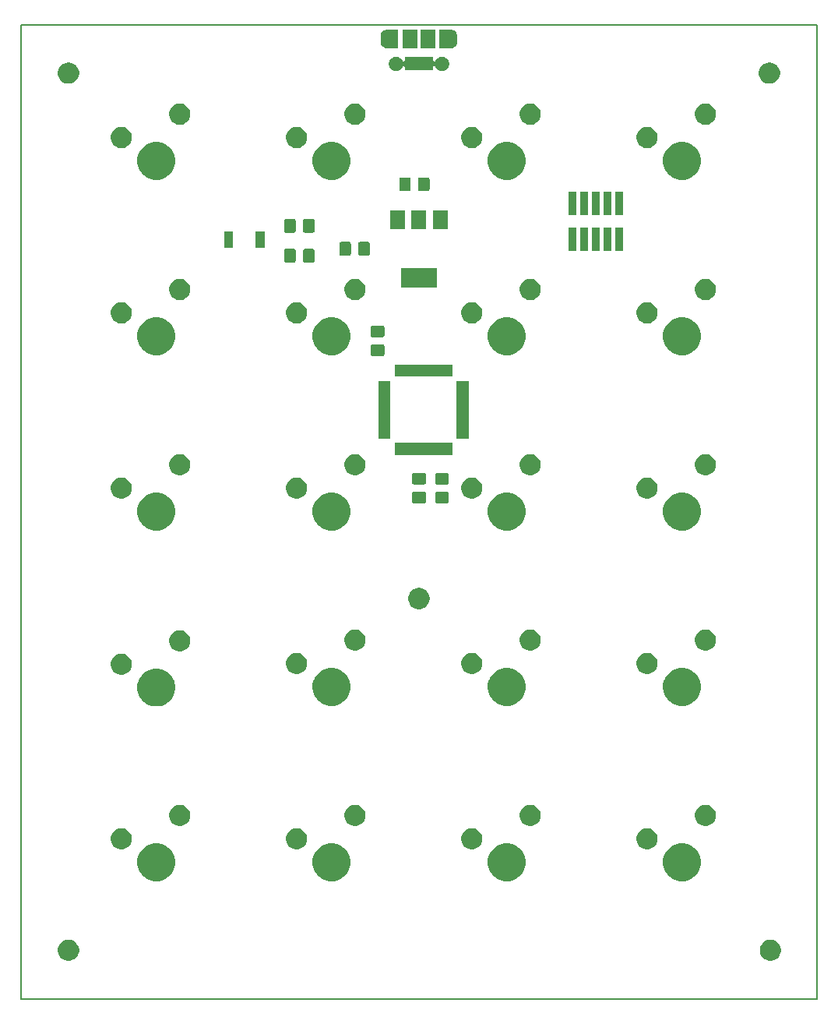
<source format=gbr>
%TF.GenerationSoftware,KiCad,Pcbnew,(5.0.2-5-10.14)*%
%TF.CreationDate,2019-04-08T21:19:03+10:00*%
%TF.ProjectId,macropod,6d616372-6f70-46f6-942e-6b696361645f,rev?*%
%TF.SameCoordinates,Original*%
%TF.FileFunction,Soldermask,Bot*%
%TF.FilePolarity,Negative*%
%FSLAX46Y46*%
G04 Gerber Fmt 4.6, Leading zero omitted, Abs format (unit mm)*
G04 Created by KiCad (PCBNEW (5.0.2-5-10.14)) date Monday, 08 April 2019 at 09:19:03 pm*
%MOMM*%
%LPD*%
G01*
G04 APERTURE LIST*
%ADD10C,0.150000*%
G04 APERTURE END LIST*
D10*
X29700000Y-28429951D02*
X29700000Y-134229951D01*
X29700000Y-134229951D02*
X116300000Y-134229951D01*
X116300000Y-28429951D02*
X116300000Y-134229951D01*
X29700000Y-28429951D02*
X116300000Y-28429951D01*
G36*
X111535734Y-127823183D02*
X111745202Y-127909947D01*
X111933723Y-128035913D01*
X112094038Y-128196228D01*
X112220004Y-128384749D01*
X112306768Y-128594217D01*
X112351000Y-128816586D01*
X112351000Y-129043316D01*
X112306768Y-129265685D01*
X112220004Y-129475153D01*
X112094038Y-129663674D01*
X111933723Y-129823989D01*
X111745202Y-129949955D01*
X111535734Y-130036719D01*
X111313365Y-130080951D01*
X111086635Y-130080951D01*
X110864266Y-130036719D01*
X110654798Y-129949955D01*
X110466277Y-129823989D01*
X110305962Y-129663674D01*
X110179996Y-129475153D01*
X110093232Y-129265685D01*
X110049000Y-129043316D01*
X110049000Y-128816586D01*
X110093232Y-128594217D01*
X110179996Y-128384749D01*
X110305962Y-128196228D01*
X110466277Y-128035913D01*
X110654798Y-127909947D01*
X110864266Y-127823183D01*
X111086635Y-127778951D01*
X111313365Y-127778951D01*
X111535734Y-127823183D01*
X111535734Y-127823183D01*
G37*
G36*
X35235734Y-127823183D02*
X35445202Y-127909947D01*
X35633723Y-128035913D01*
X35794038Y-128196228D01*
X35920004Y-128384749D01*
X36006768Y-128594217D01*
X36051000Y-128816586D01*
X36051000Y-129043316D01*
X36006768Y-129265685D01*
X35920004Y-129475153D01*
X35794038Y-129663674D01*
X35633723Y-129823989D01*
X35445202Y-129949955D01*
X35235734Y-130036719D01*
X35013365Y-130080951D01*
X34786635Y-130080951D01*
X34564266Y-130036719D01*
X34354798Y-129949955D01*
X34166277Y-129823989D01*
X34005962Y-129663674D01*
X33879996Y-129475153D01*
X33793232Y-129265685D01*
X33749000Y-129043316D01*
X33749000Y-128816586D01*
X33793232Y-128594217D01*
X33879996Y-128384749D01*
X34005962Y-128196228D01*
X34166277Y-128035913D01*
X34354798Y-127909947D01*
X34564266Y-127823183D01*
X34786635Y-127778951D01*
X35013365Y-127778951D01*
X35235734Y-127823183D01*
X35235734Y-127823183D01*
G37*
G36*
X64098252Y-117407622D02*
X64098254Y-117407623D01*
X64098255Y-117407623D01*
X64471513Y-117562231D01*
X64802905Y-117783661D01*
X64807439Y-117786690D01*
X65093114Y-118072365D01*
X65093116Y-118072368D01*
X65317573Y-118408291D01*
X65472181Y-118781549D01*
X65551000Y-119177798D01*
X65551000Y-119581810D01*
X65472181Y-119978059D01*
X65317573Y-120351317D01*
X65317572Y-120351318D01*
X65093114Y-120687243D01*
X64807439Y-120972918D01*
X64807436Y-120972920D01*
X64471513Y-121197377D01*
X64098255Y-121351985D01*
X64098254Y-121351985D01*
X64098252Y-121351986D01*
X63702007Y-121430804D01*
X63297993Y-121430804D01*
X62901748Y-121351986D01*
X62901746Y-121351985D01*
X62901745Y-121351985D01*
X62528487Y-121197377D01*
X62192564Y-120972920D01*
X62192561Y-120972918D01*
X61906886Y-120687243D01*
X61682428Y-120351318D01*
X61682427Y-120351317D01*
X61527819Y-119978059D01*
X61449000Y-119581810D01*
X61449000Y-119177798D01*
X61527819Y-118781549D01*
X61682427Y-118408291D01*
X61906884Y-118072368D01*
X61906886Y-118072365D01*
X62192561Y-117786690D01*
X62197095Y-117783661D01*
X62528487Y-117562231D01*
X62901745Y-117407623D01*
X62901746Y-117407623D01*
X62901748Y-117407622D01*
X63297993Y-117328804D01*
X63702007Y-117328804D01*
X64098252Y-117407622D01*
X64098252Y-117407622D01*
G37*
G36*
X45048301Y-117407622D02*
X45048303Y-117407623D01*
X45048304Y-117407623D01*
X45421562Y-117562231D01*
X45752954Y-117783661D01*
X45757488Y-117786690D01*
X46043163Y-118072365D01*
X46043165Y-118072368D01*
X46267622Y-118408291D01*
X46422230Y-118781549D01*
X46501049Y-119177798D01*
X46501049Y-119581810D01*
X46422230Y-119978059D01*
X46267622Y-120351317D01*
X46267621Y-120351318D01*
X46043163Y-120687243D01*
X45757488Y-120972918D01*
X45757485Y-120972920D01*
X45421562Y-121197377D01*
X45048304Y-121351985D01*
X45048303Y-121351985D01*
X45048301Y-121351986D01*
X44652056Y-121430804D01*
X44248042Y-121430804D01*
X43851797Y-121351986D01*
X43851795Y-121351985D01*
X43851794Y-121351985D01*
X43478536Y-121197377D01*
X43142613Y-120972920D01*
X43142610Y-120972918D01*
X42856935Y-120687243D01*
X42632477Y-120351318D01*
X42632476Y-120351317D01*
X42477868Y-119978059D01*
X42399049Y-119581810D01*
X42399049Y-119177798D01*
X42477868Y-118781549D01*
X42632476Y-118408291D01*
X42856933Y-118072368D01*
X42856935Y-118072365D01*
X43142610Y-117786690D01*
X43147144Y-117783661D01*
X43478536Y-117562231D01*
X43851794Y-117407623D01*
X43851795Y-117407623D01*
X43851797Y-117407622D01*
X44248042Y-117328804D01*
X44652056Y-117328804D01*
X45048301Y-117407622D01*
X45048301Y-117407622D01*
G37*
G36*
X102198252Y-117407622D02*
X102198254Y-117407623D01*
X102198255Y-117407623D01*
X102571513Y-117562231D01*
X102902905Y-117783661D01*
X102907439Y-117786690D01*
X103193114Y-118072365D01*
X103193116Y-118072368D01*
X103417573Y-118408291D01*
X103572181Y-118781549D01*
X103651000Y-119177798D01*
X103651000Y-119581810D01*
X103572181Y-119978059D01*
X103417573Y-120351317D01*
X103417572Y-120351318D01*
X103193114Y-120687243D01*
X102907439Y-120972918D01*
X102907436Y-120972920D01*
X102571513Y-121197377D01*
X102198255Y-121351985D01*
X102198254Y-121351985D01*
X102198252Y-121351986D01*
X101802007Y-121430804D01*
X101397993Y-121430804D01*
X101001748Y-121351986D01*
X101001746Y-121351985D01*
X101001745Y-121351985D01*
X100628487Y-121197377D01*
X100292564Y-120972920D01*
X100292561Y-120972918D01*
X100006886Y-120687243D01*
X99782428Y-120351318D01*
X99782427Y-120351317D01*
X99627819Y-119978059D01*
X99549000Y-119581810D01*
X99549000Y-119177798D01*
X99627819Y-118781549D01*
X99782427Y-118408291D01*
X100006884Y-118072368D01*
X100006886Y-118072365D01*
X100292561Y-117786690D01*
X100297095Y-117783661D01*
X100628487Y-117562231D01*
X101001745Y-117407623D01*
X101001746Y-117407623D01*
X101001748Y-117407622D01*
X101397993Y-117328804D01*
X101802007Y-117328804D01*
X102198252Y-117407622D01*
X102198252Y-117407622D01*
G37*
G36*
X83148203Y-117407622D02*
X83148205Y-117407623D01*
X83148206Y-117407623D01*
X83521464Y-117562231D01*
X83852856Y-117783661D01*
X83857390Y-117786690D01*
X84143065Y-118072365D01*
X84143067Y-118072368D01*
X84367524Y-118408291D01*
X84522132Y-118781549D01*
X84600951Y-119177798D01*
X84600951Y-119581810D01*
X84522132Y-119978059D01*
X84367524Y-120351317D01*
X84367523Y-120351318D01*
X84143065Y-120687243D01*
X83857390Y-120972918D01*
X83857387Y-120972920D01*
X83521464Y-121197377D01*
X83148206Y-121351985D01*
X83148205Y-121351985D01*
X83148203Y-121351986D01*
X82751958Y-121430804D01*
X82347944Y-121430804D01*
X81951699Y-121351986D01*
X81951697Y-121351985D01*
X81951696Y-121351985D01*
X81578438Y-121197377D01*
X81242515Y-120972920D01*
X81242512Y-120972918D01*
X80956837Y-120687243D01*
X80732379Y-120351318D01*
X80732378Y-120351317D01*
X80577770Y-119978059D01*
X80498951Y-119581810D01*
X80498951Y-119177798D01*
X80577770Y-118781549D01*
X80732378Y-118408291D01*
X80956835Y-118072368D01*
X80956837Y-118072365D01*
X81242512Y-117786690D01*
X81247046Y-117783661D01*
X81578438Y-117562231D01*
X81951696Y-117407623D01*
X81951697Y-117407623D01*
X81951699Y-117407622D01*
X82347944Y-117328804D01*
X82751958Y-117328804D01*
X83148203Y-117407622D01*
X83148203Y-117407622D01*
G37*
G36*
X98125734Y-115733036D02*
X98335202Y-115819800D01*
X98523723Y-115945766D01*
X98684038Y-116106081D01*
X98810004Y-116294602D01*
X98896768Y-116504070D01*
X98941000Y-116726439D01*
X98941000Y-116953169D01*
X98896768Y-117175538D01*
X98810004Y-117385006D01*
X98684038Y-117573527D01*
X98523723Y-117733842D01*
X98335202Y-117859808D01*
X98125734Y-117946572D01*
X97903365Y-117990804D01*
X97676635Y-117990804D01*
X97454266Y-117946572D01*
X97244798Y-117859808D01*
X97056277Y-117733842D01*
X96895962Y-117573527D01*
X96769996Y-117385006D01*
X96683232Y-117175538D01*
X96639000Y-116953169D01*
X96639000Y-116726439D01*
X96683232Y-116504070D01*
X96769996Y-116294602D01*
X96895962Y-116106081D01*
X97056277Y-115945766D01*
X97244798Y-115819800D01*
X97454266Y-115733036D01*
X97676635Y-115688804D01*
X97903365Y-115688804D01*
X98125734Y-115733036D01*
X98125734Y-115733036D01*
G37*
G36*
X79075685Y-115733036D02*
X79285153Y-115819800D01*
X79473674Y-115945766D01*
X79633989Y-116106081D01*
X79759955Y-116294602D01*
X79846719Y-116504070D01*
X79890951Y-116726439D01*
X79890951Y-116953169D01*
X79846719Y-117175538D01*
X79759955Y-117385006D01*
X79633989Y-117573527D01*
X79473674Y-117733842D01*
X79285153Y-117859808D01*
X79075685Y-117946572D01*
X78853316Y-117990804D01*
X78626586Y-117990804D01*
X78404217Y-117946572D01*
X78194749Y-117859808D01*
X78006228Y-117733842D01*
X77845913Y-117573527D01*
X77719947Y-117385006D01*
X77633183Y-117175538D01*
X77588951Y-116953169D01*
X77588951Y-116726439D01*
X77633183Y-116504070D01*
X77719947Y-116294602D01*
X77845913Y-116106081D01*
X78006228Y-115945766D01*
X78194749Y-115819800D01*
X78404217Y-115733036D01*
X78626586Y-115688804D01*
X78853316Y-115688804D01*
X79075685Y-115733036D01*
X79075685Y-115733036D01*
G37*
G36*
X60025734Y-115733036D02*
X60235202Y-115819800D01*
X60423723Y-115945766D01*
X60584038Y-116106081D01*
X60710004Y-116294602D01*
X60796768Y-116504070D01*
X60841000Y-116726439D01*
X60841000Y-116953169D01*
X60796768Y-117175538D01*
X60710004Y-117385006D01*
X60584038Y-117573527D01*
X60423723Y-117733842D01*
X60235202Y-117859808D01*
X60025734Y-117946572D01*
X59803365Y-117990804D01*
X59576635Y-117990804D01*
X59354266Y-117946572D01*
X59144798Y-117859808D01*
X58956277Y-117733842D01*
X58795962Y-117573527D01*
X58669996Y-117385006D01*
X58583232Y-117175538D01*
X58539000Y-116953169D01*
X58539000Y-116726439D01*
X58583232Y-116504070D01*
X58669996Y-116294602D01*
X58795962Y-116106081D01*
X58956277Y-115945766D01*
X59144798Y-115819800D01*
X59354266Y-115733036D01*
X59576635Y-115688804D01*
X59803365Y-115688804D01*
X60025734Y-115733036D01*
X60025734Y-115733036D01*
G37*
G36*
X40975783Y-115733036D02*
X41185251Y-115819800D01*
X41373772Y-115945766D01*
X41534087Y-116106081D01*
X41660053Y-116294602D01*
X41746817Y-116504070D01*
X41791049Y-116726439D01*
X41791049Y-116953169D01*
X41746817Y-117175538D01*
X41660053Y-117385006D01*
X41534087Y-117573527D01*
X41373772Y-117733842D01*
X41185251Y-117859808D01*
X40975783Y-117946572D01*
X40753414Y-117990804D01*
X40526684Y-117990804D01*
X40304315Y-117946572D01*
X40094847Y-117859808D01*
X39906326Y-117733842D01*
X39746011Y-117573527D01*
X39620045Y-117385006D01*
X39533281Y-117175538D01*
X39489049Y-116953169D01*
X39489049Y-116726439D01*
X39533281Y-116504070D01*
X39620045Y-116294602D01*
X39746011Y-116106081D01*
X39906326Y-115945766D01*
X40094847Y-115819800D01*
X40304315Y-115733036D01*
X40526684Y-115688804D01*
X40753414Y-115688804D01*
X40975783Y-115733036D01*
X40975783Y-115733036D01*
G37*
G36*
X104475734Y-113193036D02*
X104685202Y-113279800D01*
X104873723Y-113405766D01*
X105034038Y-113566081D01*
X105160004Y-113754602D01*
X105246768Y-113964070D01*
X105291000Y-114186439D01*
X105291000Y-114413169D01*
X105246768Y-114635538D01*
X105160004Y-114845006D01*
X105034038Y-115033527D01*
X104873723Y-115193842D01*
X104685202Y-115319808D01*
X104475734Y-115406572D01*
X104253365Y-115450804D01*
X104026635Y-115450804D01*
X103804266Y-115406572D01*
X103594798Y-115319808D01*
X103406277Y-115193842D01*
X103245962Y-115033527D01*
X103119996Y-114845006D01*
X103033232Y-114635538D01*
X102989000Y-114413169D01*
X102989000Y-114186439D01*
X103033232Y-113964070D01*
X103119996Y-113754602D01*
X103245962Y-113566081D01*
X103406277Y-113405766D01*
X103594798Y-113279800D01*
X103804266Y-113193036D01*
X104026635Y-113148804D01*
X104253365Y-113148804D01*
X104475734Y-113193036D01*
X104475734Y-113193036D01*
G37*
G36*
X85425685Y-113193036D02*
X85635153Y-113279800D01*
X85823674Y-113405766D01*
X85983989Y-113566081D01*
X86109955Y-113754602D01*
X86196719Y-113964070D01*
X86240951Y-114186439D01*
X86240951Y-114413169D01*
X86196719Y-114635538D01*
X86109955Y-114845006D01*
X85983989Y-115033527D01*
X85823674Y-115193842D01*
X85635153Y-115319808D01*
X85425685Y-115406572D01*
X85203316Y-115450804D01*
X84976586Y-115450804D01*
X84754217Y-115406572D01*
X84544749Y-115319808D01*
X84356228Y-115193842D01*
X84195913Y-115033527D01*
X84069947Y-114845006D01*
X83983183Y-114635538D01*
X83938951Y-114413169D01*
X83938951Y-114186439D01*
X83983183Y-113964070D01*
X84069947Y-113754602D01*
X84195913Y-113566081D01*
X84356228Y-113405766D01*
X84544749Y-113279800D01*
X84754217Y-113193036D01*
X84976586Y-113148804D01*
X85203316Y-113148804D01*
X85425685Y-113193036D01*
X85425685Y-113193036D01*
G37*
G36*
X66375734Y-113193036D02*
X66585202Y-113279800D01*
X66773723Y-113405766D01*
X66934038Y-113566081D01*
X67060004Y-113754602D01*
X67146768Y-113964070D01*
X67191000Y-114186439D01*
X67191000Y-114413169D01*
X67146768Y-114635538D01*
X67060004Y-114845006D01*
X66934038Y-115033527D01*
X66773723Y-115193842D01*
X66585202Y-115319808D01*
X66375734Y-115406572D01*
X66153365Y-115450804D01*
X65926635Y-115450804D01*
X65704266Y-115406572D01*
X65494798Y-115319808D01*
X65306277Y-115193842D01*
X65145962Y-115033527D01*
X65019996Y-114845006D01*
X64933232Y-114635538D01*
X64889000Y-114413169D01*
X64889000Y-114186439D01*
X64933232Y-113964070D01*
X65019996Y-113754602D01*
X65145962Y-113566081D01*
X65306277Y-113405766D01*
X65494798Y-113279800D01*
X65704266Y-113193036D01*
X65926635Y-113148804D01*
X66153365Y-113148804D01*
X66375734Y-113193036D01*
X66375734Y-113193036D01*
G37*
G36*
X47325783Y-113193036D02*
X47535251Y-113279800D01*
X47723772Y-113405766D01*
X47884087Y-113566081D01*
X48010053Y-113754602D01*
X48096817Y-113964070D01*
X48141049Y-114186439D01*
X48141049Y-114413169D01*
X48096817Y-114635538D01*
X48010053Y-114845006D01*
X47884087Y-115033527D01*
X47723772Y-115193842D01*
X47535251Y-115319808D01*
X47325783Y-115406572D01*
X47103414Y-115450804D01*
X46876684Y-115450804D01*
X46654315Y-115406572D01*
X46444847Y-115319808D01*
X46256326Y-115193842D01*
X46096011Y-115033527D01*
X45970045Y-114845006D01*
X45883281Y-114635538D01*
X45839049Y-114413169D01*
X45839049Y-114186439D01*
X45883281Y-113964070D01*
X45970045Y-113754602D01*
X46096011Y-113566081D01*
X46256326Y-113405766D01*
X46444847Y-113279800D01*
X46654315Y-113193036D01*
X46876684Y-113148804D01*
X47103414Y-113148804D01*
X47325783Y-113193036D01*
X47325783Y-113193036D01*
G37*
G36*
X45048301Y-98424526D02*
X45048303Y-98424527D01*
X45048304Y-98424527D01*
X45421562Y-98579135D01*
X45752954Y-98800565D01*
X45757488Y-98803594D01*
X46043163Y-99089269D01*
X46043165Y-99089272D01*
X46267622Y-99425195D01*
X46394538Y-99731598D01*
X46422231Y-99798456D01*
X46501049Y-100194701D01*
X46501049Y-100598715D01*
X46435529Y-100928108D01*
X46422230Y-100994963D01*
X46267622Y-101368221D01*
X46267621Y-101368222D01*
X46043163Y-101704147D01*
X45757488Y-101989822D01*
X45757485Y-101989824D01*
X45421562Y-102214281D01*
X45048304Y-102368889D01*
X45048303Y-102368889D01*
X45048301Y-102368890D01*
X44652056Y-102447708D01*
X44248042Y-102447708D01*
X43851797Y-102368890D01*
X43851795Y-102368889D01*
X43851794Y-102368889D01*
X43478536Y-102214281D01*
X43142613Y-101989824D01*
X43142610Y-101989822D01*
X42856935Y-101704147D01*
X42632477Y-101368222D01*
X42632476Y-101368221D01*
X42477868Y-100994963D01*
X42464570Y-100928108D01*
X42399049Y-100598715D01*
X42399049Y-100194701D01*
X42477867Y-99798456D01*
X42505560Y-99731598D01*
X42632476Y-99425195D01*
X42856933Y-99089272D01*
X42856935Y-99089269D01*
X43142610Y-98803594D01*
X43147144Y-98800565D01*
X43478536Y-98579135D01*
X43851794Y-98424527D01*
X43851795Y-98424527D01*
X43851797Y-98424526D01*
X44248042Y-98345708D01*
X44652056Y-98345708D01*
X45048301Y-98424526D01*
X45048301Y-98424526D01*
G37*
G36*
X83148203Y-98357671D02*
X83148205Y-98357672D01*
X83148206Y-98357672D01*
X83521464Y-98512280D01*
X83852856Y-98733710D01*
X83857390Y-98736739D01*
X84143065Y-99022414D01*
X84143067Y-99022417D01*
X84367524Y-99358340D01*
X84395216Y-99425195D01*
X84522133Y-99731601D01*
X84600951Y-100127846D01*
X84600951Y-100531860D01*
X84587653Y-100598715D01*
X84522132Y-100928108D01*
X84367524Y-101301366D01*
X84367523Y-101301367D01*
X84143065Y-101637292D01*
X83857390Y-101922967D01*
X83857387Y-101922969D01*
X83521464Y-102147426D01*
X83148206Y-102302034D01*
X83148205Y-102302034D01*
X83148203Y-102302035D01*
X82751958Y-102380853D01*
X82347944Y-102380853D01*
X81951699Y-102302035D01*
X81951697Y-102302034D01*
X81951696Y-102302034D01*
X81578438Y-102147426D01*
X81242515Y-101922969D01*
X81242512Y-101922967D01*
X80956837Y-101637292D01*
X80732379Y-101301367D01*
X80732378Y-101301366D01*
X80577770Y-100928108D01*
X80512250Y-100598715D01*
X80498951Y-100531860D01*
X80498951Y-100127846D01*
X80577769Y-99731601D01*
X80704686Y-99425195D01*
X80732378Y-99358340D01*
X80956835Y-99022417D01*
X80956837Y-99022414D01*
X81242512Y-98736739D01*
X81247046Y-98733710D01*
X81578438Y-98512280D01*
X81951696Y-98357672D01*
X81951697Y-98357672D01*
X81951699Y-98357671D01*
X82347944Y-98278853D01*
X82751958Y-98278853D01*
X83148203Y-98357671D01*
X83148203Y-98357671D01*
G37*
G36*
X64098252Y-98357671D02*
X64098254Y-98357672D01*
X64098255Y-98357672D01*
X64471513Y-98512280D01*
X64802905Y-98733710D01*
X64807439Y-98736739D01*
X65093114Y-99022414D01*
X65093116Y-99022417D01*
X65317573Y-99358340D01*
X65345265Y-99425195D01*
X65472182Y-99731601D01*
X65551000Y-100127846D01*
X65551000Y-100531860D01*
X65537702Y-100598715D01*
X65472181Y-100928108D01*
X65317573Y-101301366D01*
X65317572Y-101301367D01*
X65093114Y-101637292D01*
X64807439Y-101922967D01*
X64807436Y-101922969D01*
X64471513Y-102147426D01*
X64098255Y-102302034D01*
X64098254Y-102302034D01*
X64098252Y-102302035D01*
X63702007Y-102380853D01*
X63297993Y-102380853D01*
X62901748Y-102302035D01*
X62901746Y-102302034D01*
X62901745Y-102302034D01*
X62528487Y-102147426D01*
X62192564Y-101922969D01*
X62192561Y-101922967D01*
X61906886Y-101637292D01*
X61682428Y-101301367D01*
X61682427Y-101301366D01*
X61527819Y-100928108D01*
X61462299Y-100598715D01*
X61449000Y-100531860D01*
X61449000Y-100127846D01*
X61527818Y-99731601D01*
X61654735Y-99425195D01*
X61682427Y-99358340D01*
X61906884Y-99022417D01*
X61906886Y-99022414D01*
X62192561Y-98736739D01*
X62197095Y-98733710D01*
X62528487Y-98512280D01*
X62901745Y-98357672D01*
X62901746Y-98357672D01*
X62901748Y-98357671D01*
X63297993Y-98278853D01*
X63702007Y-98278853D01*
X64098252Y-98357671D01*
X64098252Y-98357671D01*
G37*
G36*
X102198154Y-98357671D02*
X102198156Y-98357672D01*
X102198157Y-98357672D01*
X102571415Y-98512280D01*
X102902807Y-98733710D01*
X102907341Y-98736739D01*
X103193016Y-99022414D01*
X103193018Y-99022417D01*
X103417475Y-99358340D01*
X103445167Y-99425195D01*
X103572084Y-99731601D01*
X103650902Y-100127846D01*
X103650902Y-100531860D01*
X103637604Y-100598715D01*
X103572083Y-100928108D01*
X103417475Y-101301366D01*
X103417474Y-101301367D01*
X103193016Y-101637292D01*
X102907341Y-101922967D01*
X102907338Y-101922969D01*
X102571415Y-102147426D01*
X102198157Y-102302034D01*
X102198156Y-102302034D01*
X102198154Y-102302035D01*
X101801909Y-102380853D01*
X101397895Y-102380853D01*
X101001650Y-102302035D01*
X101001648Y-102302034D01*
X101001647Y-102302034D01*
X100628389Y-102147426D01*
X100292466Y-101922969D01*
X100292463Y-101922967D01*
X100006788Y-101637292D01*
X99782330Y-101301367D01*
X99782329Y-101301366D01*
X99627721Y-100928108D01*
X99562201Y-100598715D01*
X99548902Y-100531860D01*
X99548902Y-100127846D01*
X99627720Y-99731601D01*
X99754637Y-99425195D01*
X99782329Y-99358340D01*
X100006786Y-99022417D01*
X100006788Y-99022414D01*
X100292463Y-98736739D01*
X100296997Y-98733710D01*
X100628389Y-98512280D01*
X101001647Y-98357672D01*
X101001648Y-98357672D01*
X101001650Y-98357671D01*
X101397895Y-98278853D01*
X101801909Y-98278853D01*
X102198154Y-98357671D01*
X102198154Y-98357671D01*
G37*
G36*
X40975783Y-96749940D02*
X41185251Y-96836704D01*
X41373772Y-96962670D01*
X41534087Y-97122985D01*
X41660053Y-97311506D01*
X41746817Y-97520974D01*
X41791049Y-97743343D01*
X41791049Y-97970073D01*
X41746817Y-98192442D01*
X41660053Y-98401910D01*
X41534087Y-98590431D01*
X41373772Y-98750746D01*
X41185251Y-98876712D01*
X40975783Y-98963476D01*
X40753414Y-99007708D01*
X40526684Y-99007708D01*
X40304315Y-98963476D01*
X40094847Y-98876712D01*
X39906326Y-98750746D01*
X39746011Y-98590431D01*
X39620045Y-98401910D01*
X39533281Y-98192442D01*
X39489049Y-97970073D01*
X39489049Y-97743343D01*
X39533281Y-97520974D01*
X39620045Y-97311506D01*
X39746011Y-97122985D01*
X39906326Y-96962670D01*
X40094847Y-96836704D01*
X40304315Y-96749940D01*
X40526684Y-96705708D01*
X40753414Y-96705708D01*
X40975783Y-96749940D01*
X40975783Y-96749940D01*
G37*
G36*
X60025734Y-96683085D02*
X60235202Y-96769849D01*
X60423723Y-96895815D01*
X60584038Y-97056130D01*
X60710004Y-97244651D01*
X60796768Y-97454119D01*
X60841000Y-97676488D01*
X60841000Y-97903218D01*
X60796768Y-98125587D01*
X60710004Y-98335055D01*
X60584038Y-98523576D01*
X60423723Y-98683891D01*
X60235202Y-98809857D01*
X60025734Y-98896621D01*
X59803365Y-98940853D01*
X59576635Y-98940853D01*
X59354266Y-98896621D01*
X59144798Y-98809857D01*
X58956277Y-98683891D01*
X58795962Y-98523576D01*
X58669996Y-98335055D01*
X58583232Y-98125587D01*
X58539000Y-97903218D01*
X58539000Y-97676488D01*
X58583232Y-97454119D01*
X58669996Y-97244651D01*
X58795962Y-97056130D01*
X58956277Y-96895815D01*
X59144798Y-96769849D01*
X59354266Y-96683085D01*
X59576635Y-96638853D01*
X59803365Y-96638853D01*
X60025734Y-96683085D01*
X60025734Y-96683085D01*
G37*
G36*
X79075685Y-96683085D02*
X79285153Y-96769849D01*
X79473674Y-96895815D01*
X79633989Y-97056130D01*
X79759955Y-97244651D01*
X79846719Y-97454119D01*
X79890951Y-97676488D01*
X79890951Y-97903218D01*
X79846719Y-98125587D01*
X79759955Y-98335055D01*
X79633989Y-98523576D01*
X79473674Y-98683891D01*
X79285153Y-98809857D01*
X79075685Y-98896621D01*
X78853316Y-98940853D01*
X78626586Y-98940853D01*
X78404217Y-98896621D01*
X78194749Y-98809857D01*
X78006228Y-98683891D01*
X77845913Y-98523576D01*
X77719947Y-98335055D01*
X77633183Y-98125587D01*
X77588951Y-97903218D01*
X77588951Y-97676488D01*
X77633183Y-97454119D01*
X77719947Y-97244651D01*
X77845913Y-97056130D01*
X78006228Y-96895815D01*
X78194749Y-96769849D01*
X78404217Y-96683085D01*
X78626586Y-96638853D01*
X78853316Y-96638853D01*
X79075685Y-96683085D01*
X79075685Y-96683085D01*
G37*
G36*
X98125636Y-96683085D02*
X98335104Y-96769849D01*
X98523625Y-96895815D01*
X98683940Y-97056130D01*
X98809906Y-97244651D01*
X98896670Y-97454119D01*
X98940902Y-97676488D01*
X98940902Y-97903218D01*
X98896670Y-98125587D01*
X98809906Y-98335055D01*
X98683940Y-98523576D01*
X98523625Y-98683891D01*
X98335104Y-98809857D01*
X98125636Y-98896621D01*
X97903267Y-98940853D01*
X97676537Y-98940853D01*
X97454168Y-98896621D01*
X97244700Y-98809857D01*
X97056179Y-98683891D01*
X96895864Y-98523576D01*
X96769898Y-98335055D01*
X96683134Y-98125587D01*
X96638902Y-97903218D01*
X96638902Y-97676488D01*
X96683134Y-97454119D01*
X96769898Y-97244651D01*
X96895864Y-97056130D01*
X97056179Y-96895815D01*
X97244700Y-96769849D01*
X97454168Y-96683085D01*
X97676537Y-96638853D01*
X97903267Y-96638853D01*
X98125636Y-96683085D01*
X98125636Y-96683085D01*
G37*
G36*
X47325783Y-94209940D02*
X47535251Y-94296704D01*
X47723772Y-94422670D01*
X47884087Y-94582985D01*
X48010053Y-94771506D01*
X48096817Y-94980974D01*
X48141049Y-95203343D01*
X48141049Y-95430073D01*
X48096817Y-95652442D01*
X48010053Y-95861910D01*
X47884087Y-96050431D01*
X47723772Y-96210746D01*
X47535251Y-96336712D01*
X47325783Y-96423476D01*
X47103414Y-96467708D01*
X46876684Y-96467708D01*
X46654315Y-96423476D01*
X46444847Y-96336712D01*
X46256326Y-96210746D01*
X46096011Y-96050431D01*
X45970045Y-95861910D01*
X45883281Y-95652442D01*
X45839049Y-95430073D01*
X45839049Y-95203343D01*
X45883281Y-94980974D01*
X45970045Y-94771506D01*
X46096011Y-94582985D01*
X46256326Y-94422670D01*
X46444847Y-94296704D01*
X46654315Y-94209940D01*
X46876684Y-94165708D01*
X47103414Y-94165708D01*
X47325783Y-94209940D01*
X47325783Y-94209940D01*
G37*
G36*
X104475636Y-94143085D02*
X104685104Y-94229849D01*
X104873625Y-94355815D01*
X105033940Y-94516130D01*
X105159906Y-94704651D01*
X105246670Y-94914119D01*
X105290902Y-95136488D01*
X105290902Y-95363218D01*
X105246670Y-95585587D01*
X105159906Y-95795055D01*
X105033940Y-95983576D01*
X104873625Y-96143891D01*
X104685104Y-96269857D01*
X104475636Y-96356621D01*
X104253267Y-96400853D01*
X104026537Y-96400853D01*
X103804168Y-96356621D01*
X103594700Y-96269857D01*
X103406179Y-96143891D01*
X103245864Y-95983576D01*
X103119898Y-95795055D01*
X103033134Y-95585587D01*
X102988902Y-95363218D01*
X102988902Y-95136488D01*
X103033134Y-94914119D01*
X103119898Y-94704651D01*
X103245864Y-94516130D01*
X103406179Y-94355815D01*
X103594700Y-94229849D01*
X103804168Y-94143085D01*
X104026537Y-94098853D01*
X104253267Y-94098853D01*
X104475636Y-94143085D01*
X104475636Y-94143085D01*
G37*
G36*
X85425685Y-94143085D02*
X85635153Y-94229849D01*
X85823674Y-94355815D01*
X85983989Y-94516130D01*
X86109955Y-94704651D01*
X86196719Y-94914119D01*
X86240951Y-95136488D01*
X86240951Y-95363218D01*
X86196719Y-95585587D01*
X86109955Y-95795055D01*
X85983989Y-95983576D01*
X85823674Y-96143891D01*
X85635153Y-96269857D01*
X85425685Y-96356621D01*
X85203316Y-96400853D01*
X84976586Y-96400853D01*
X84754217Y-96356621D01*
X84544749Y-96269857D01*
X84356228Y-96143891D01*
X84195913Y-95983576D01*
X84069947Y-95795055D01*
X83983183Y-95585587D01*
X83938951Y-95363218D01*
X83938951Y-95136488D01*
X83983183Y-94914119D01*
X84069947Y-94704651D01*
X84195913Y-94516130D01*
X84356228Y-94355815D01*
X84544749Y-94229849D01*
X84754217Y-94143085D01*
X84976586Y-94098853D01*
X85203316Y-94098853D01*
X85425685Y-94143085D01*
X85425685Y-94143085D01*
G37*
G36*
X66375734Y-94143085D02*
X66585202Y-94229849D01*
X66773723Y-94355815D01*
X66934038Y-94516130D01*
X67060004Y-94704651D01*
X67146768Y-94914119D01*
X67191000Y-95136488D01*
X67191000Y-95363218D01*
X67146768Y-95585587D01*
X67060004Y-95795055D01*
X66934038Y-95983576D01*
X66773723Y-96143891D01*
X66585202Y-96269857D01*
X66375734Y-96356621D01*
X66153365Y-96400853D01*
X65926635Y-96400853D01*
X65704266Y-96356621D01*
X65494798Y-96269857D01*
X65306277Y-96143891D01*
X65145962Y-95983576D01*
X65019996Y-95795055D01*
X64933232Y-95585587D01*
X64889000Y-95363218D01*
X64889000Y-95136488D01*
X64933232Y-94914119D01*
X65019996Y-94704651D01*
X65145962Y-94516130D01*
X65306277Y-94355815D01*
X65494798Y-94229849D01*
X65704266Y-94143085D01*
X65926635Y-94098853D01*
X66153365Y-94098853D01*
X66375734Y-94143085D01*
X66375734Y-94143085D01*
G37*
G36*
X73335734Y-89623183D02*
X73545202Y-89709947D01*
X73733723Y-89835913D01*
X73894038Y-89996228D01*
X74020004Y-90184749D01*
X74106768Y-90394217D01*
X74151000Y-90616586D01*
X74151000Y-90843316D01*
X74106768Y-91065685D01*
X74020004Y-91275153D01*
X73894038Y-91463674D01*
X73733723Y-91623989D01*
X73545202Y-91749955D01*
X73335734Y-91836719D01*
X73113365Y-91880951D01*
X72886635Y-91880951D01*
X72664266Y-91836719D01*
X72454798Y-91749955D01*
X72266277Y-91623989D01*
X72105962Y-91463674D01*
X71979996Y-91275153D01*
X71893232Y-91065685D01*
X71849000Y-90843316D01*
X71849000Y-90616586D01*
X71893232Y-90394217D01*
X71979996Y-90184749D01*
X72105962Y-89996228D01*
X72266277Y-89835913D01*
X72454798Y-89709947D01*
X72664266Y-89623183D01*
X72886635Y-89578951D01*
X73113365Y-89578951D01*
X73335734Y-89623183D01*
X73335734Y-89623183D01*
G37*
G36*
X64098252Y-79307720D02*
X64098254Y-79307721D01*
X64098255Y-79307721D01*
X64471513Y-79462329D01*
X64802905Y-79683759D01*
X64807439Y-79686788D01*
X65093114Y-79972463D01*
X65093116Y-79972466D01*
X65317573Y-80308389D01*
X65472181Y-80681647D01*
X65551000Y-81077896D01*
X65551000Y-81481908D01*
X65472181Y-81878157D01*
X65317573Y-82251415D01*
X65317572Y-82251416D01*
X65093114Y-82587341D01*
X64807439Y-82873016D01*
X64807436Y-82873018D01*
X64471513Y-83097475D01*
X64098255Y-83252083D01*
X64098254Y-83252083D01*
X64098252Y-83252084D01*
X63702007Y-83330902D01*
X63297993Y-83330902D01*
X62901748Y-83252084D01*
X62901746Y-83252083D01*
X62901745Y-83252083D01*
X62528487Y-83097475D01*
X62192564Y-82873018D01*
X62192561Y-82873016D01*
X61906886Y-82587341D01*
X61682428Y-82251416D01*
X61682427Y-82251415D01*
X61527819Y-81878157D01*
X61449000Y-81481908D01*
X61449000Y-81077896D01*
X61527819Y-80681647D01*
X61682427Y-80308389D01*
X61906884Y-79972466D01*
X61906886Y-79972463D01*
X62192561Y-79686788D01*
X62197095Y-79683759D01*
X62528487Y-79462329D01*
X62901745Y-79307721D01*
X62901746Y-79307721D01*
X62901748Y-79307720D01*
X63297993Y-79228902D01*
X63702007Y-79228902D01*
X64098252Y-79307720D01*
X64098252Y-79307720D01*
G37*
G36*
X102198154Y-79307720D02*
X102198156Y-79307721D01*
X102198157Y-79307721D01*
X102571415Y-79462329D01*
X102902807Y-79683759D01*
X102907341Y-79686788D01*
X103193016Y-79972463D01*
X103193018Y-79972466D01*
X103417475Y-80308389D01*
X103572083Y-80681647D01*
X103650902Y-81077896D01*
X103650902Y-81481908D01*
X103572083Y-81878157D01*
X103417475Y-82251415D01*
X103417474Y-82251416D01*
X103193016Y-82587341D01*
X102907341Y-82873016D01*
X102907338Y-82873018D01*
X102571415Y-83097475D01*
X102198157Y-83252083D01*
X102198156Y-83252083D01*
X102198154Y-83252084D01*
X101801909Y-83330902D01*
X101397895Y-83330902D01*
X101001650Y-83252084D01*
X101001648Y-83252083D01*
X101001647Y-83252083D01*
X100628389Y-83097475D01*
X100292466Y-82873018D01*
X100292463Y-82873016D01*
X100006788Y-82587341D01*
X99782330Y-82251416D01*
X99782329Y-82251415D01*
X99627721Y-81878157D01*
X99548902Y-81481908D01*
X99548902Y-81077896D01*
X99627721Y-80681647D01*
X99782329Y-80308389D01*
X100006786Y-79972466D01*
X100006788Y-79972463D01*
X100292463Y-79686788D01*
X100296997Y-79683759D01*
X100628389Y-79462329D01*
X101001647Y-79307721D01*
X101001648Y-79307721D01*
X101001650Y-79307720D01*
X101397895Y-79228902D01*
X101801909Y-79228902D01*
X102198154Y-79307720D01*
X102198154Y-79307720D01*
G37*
G36*
X83148203Y-79307720D02*
X83148205Y-79307721D01*
X83148206Y-79307721D01*
X83521464Y-79462329D01*
X83852856Y-79683759D01*
X83857390Y-79686788D01*
X84143065Y-79972463D01*
X84143067Y-79972466D01*
X84367524Y-80308389D01*
X84522132Y-80681647D01*
X84600951Y-81077896D01*
X84600951Y-81481908D01*
X84522132Y-81878157D01*
X84367524Y-82251415D01*
X84367523Y-82251416D01*
X84143065Y-82587341D01*
X83857390Y-82873016D01*
X83857387Y-82873018D01*
X83521464Y-83097475D01*
X83148206Y-83252083D01*
X83148205Y-83252083D01*
X83148203Y-83252084D01*
X82751958Y-83330902D01*
X82347944Y-83330902D01*
X81951699Y-83252084D01*
X81951697Y-83252083D01*
X81951696Y-83252083D01*
X81578438Y-83097475D01*
X81242515Y-82873018D01*
X81242512Y-82873016D01*
X80956837Y-82587341D01*
X80732379Y-82251416D01*
X80732378Y-82251415D01*
X80577770Y-81878157D01*
X80498951Y-81481908D01*
X80498951Y-81077896D01*
X80577770Y-80681647D01*
X80732378Y-80308389D01*
X80956835Y-79972466D01*
X80956837Y-79972463D01*
X81242512Y-79686788D01*
X81247046Y-79683759D01*
X81578438Y-79462329D01*
X81951696Y-79307721D01*
X81951697Y-79307721D01*
X81951699Y-79307720D01*
X82347944Y-79228902D01*
X82751958Y-79228902D01*
X83148203Y-79307720D01*
X83148203Y-79307720D01*
G37*
G36*
X45048301Y-79307720D02*
X45048303Y-79307721D01*
X45048304Y-79307721D01*
X45421562Y-79462329D01*
X45752954Y-79683759D01*
X45757488Y-79686788D01*
X46043163Y-79972463D01*
X46043165Y-79972466D01*
X46267622Y-80308389D01*
X46422230Y-80681647D01*
X46501049Y-81077896D01*
X46501049Y-81481908D01*
X46422230Y-81878157D01*
X46267622Y-82251415D01*
X46267621Y-82251416D01*
X46043163Y-82587341D01*
X45757488Y-82873016D01*
X45757485Y-82873018D01*
X45421562Y-83097475D01*
X45048304Y-83252083D01*
X45048303Y-83252083D01*
X45048301Y-83252084D01*
X44652056Y-83330902D01*
X44248042Y-83330902D01*
X43851797Y-83252084D01*
X43851795Y-83252083D01*
X43851794Y-83252083D01*
X43478536Y-83097475D01*
X43142613Y-82873018D01*
X43142610Y-82873016D01*
X42856935Y-82587341D01*
X42632477Y-82251416D01*
X42632476Y-82251415D01*
X42477868Y-81878157D01*
X42399049Y-81481908D01*
X42399049Y-81077896D01*
X42477868Y-80681647D01*
X42632476Y-80308389D01*
X42856933Y-79972466D01*
X42856935Y-79972463D01*
X43142610Y-79686788D01*
X43147144Y-79683759D01*
X43478536Y-79462329D01*
X43851794Y-79307721D01*
X43851795Y-79307721D01*
X43851797Y-79307720D01*
X44248042Y-79228902D01*
X44652056Y-79228902D01*
X45048301Y-79307720D01*
X45048301Y-79307720D01*
G37*
G36*
X73588677Y-79133416D02*
X73626364Y-79144849D01*
X73661103Y-79163417D01*
X73691548Y-79188403D01*
X73716534Y-79218848D01*
X73735102Y-79253587D01*
X73746535Y-79291274D01*
X73751000Y-79336612D01*
X73751000Y-80173290D01*
X73746535Y-80218628D01*
X73735102Y-80256315D01*
X73716534Y-80291054D01*
X73691548Y-80321499D01*
X73661103Y-80346485D01*
X73626364Y-80365053D01*
X73588677Y-80376486D01*
X73543339Y-80380951D01*
X72456661Y-80380951D01*
X72411323Y-80376486D01*
X72373636Y-80365053D01*
X72338897Y-80346485D01*
X72308452Y-80321499D01*
X72283466Y-80291054D01*
X72264898Y-80256315D01*
X72253465Y-80218628D01*
X72249000Y-80173290D01*
X72249000Y-79336612D01*
X72253465Y-79291274D01*
X72264898Y-79253587D01*
X72283466Y-79218848D01*
X72308452Y-79188403D01*
X72338897Y-79163417D01*
X72373636Y-79144849D01*
X72411323Y-79133416D01*
X72456661Y-79128951D01*
X73543339Y-79128951D01*
X73588677Y-79133416D01*
X73588677Y-79133416D01*
G37*
G36*
X76088677Y-79133416D02*
X76126364Y-79144849D01*
X76161103Y-79163417D01*
X76191548Y-79188403D01*
X76216534Y-79218848D01*
X76235102Y-79253587D01*
X76246535Y-79291274D01*
X76251000Y-79336612D01*
X76251000Y-80173290D01*
X76246535Y-80218628D01*
X76235102Y-80256315D01*
X76216534Y-80291054D01*
X76191548Y-80321499D01*
X76161103Y-80346485D01*
X76126364Y-80365053D01*
X76088677Y-80376486D01*
X76043339Y-80380951D01*
X74956661Y-80380951D01*
X74911323Y-80376486D01*
X74873636Y-80365053D01*
X74838897Y-80346485D01*
X74808452Y-80321499D01*
X74783466Y-80291054D01*
X74764898Y-80256315D01*
X74753465Y-80218628D01*
X74749000Y-80173290D01*
X74749000Y-79336612D01*
X74753465Y-79291274D01*
X74764898Y-79253587D01*
X74783466Y-79218848D01*
X74808452Y-79188403D01*
X74838897Y-79163417D01*
X74873636Y-79144849D01*
X74911323Y-79133416D01*
X74956661Y-79128951D01*
X76043339Y-79128951D01*
X76088677Y-79133416D01*
X76088677Y-79133416D01*
G37*
G36*
X60025734Y-77633134D02*
X60235202Y-77719898D01*
X60423723Y-77845864D01*
X60584038Y-78006179D01*
X60710004Y-78194700D01*
X60796768Y-78404168D01*
X60841000Y-78626537D01*
X60841000Y-78853267D01*
X60796768Y-79075636D01*
X60710004Y-79285104D01*
X60584038Y-79473625D01*
X60423723Y-79633940D01*
X60235202Y-79759906D01*
X60025734Y-79846670D01*
X59803365Y-79890902D01*
X59576635Y-79890902D01*
X59354266Y-79846670D01*
X59144798Y-79759906D01*
X58956277Y-79633940D01*
X58795962Y-79473625D01*
X58669996Y-79285104D01*
X58583232Y-79075636D01*
X58539000Y-78853267D01*
X58539000Y-78626537D01*
X58583232Y-78404168D01*
X58669996Y-78194700D01*
X58795962Y-78006179D01*
X58956277Y-77845864D01*
X59144798Y-77719898D01*
X59354266Y-77633134D01*
X59576635Y-77588902D01*
X59803365Y-77588902D01*
X60025734Y-77633134D01*
X60025734Y-77633134D01*
G37*
G36*
X98125636Y-77633134D02*
X98335104Y-77719898D01*
X98523625Y-77845864D01*
X98683940Y-78006179D01*
X98809906Y-78194700D01*
X98896670Y-78404168D01*
X98940902Y-78626537D01*
X98940902Y-78853267D01*
X98896670Y-79075636D01*
X98809906Y-79285104D01*
X98683940Y-79473625D01*
X98523625Y-79633940D01*
X98335104Y-79759906D01*
X98125636Y-79846670D01*
X97903267Y-79890902D01*
X97676537Y-79890902D01*
X97454168Y-79846670D01*
X97244700Y-79759906D01*
X97056179Y-79633940D01*
X96895864Y-79473625D01*
X96769898Y-79285104D01*
X96683134Y-79075636D01*
X96638902Y-78853267D01*
X96638902Y-78626537D01*
X96683134Y-78404168D01*
X96769898Y-78194700D01*
X96895864Y-78006179D01*
X97056179Y-77845864D01*
X97244700Y-77719898D01*
X97454168Y-77633134D01*
X97676537Y-77588902D01*
X97903267Y-77588902D01*
X98125636Y-77633134D01*
X98125636Y-77633134D01*
G37*
G36*
X79075685Y-77633134D02*
X79285153Y-77719898D01*
X79473674Y-77845864D01*
X79633989Y-78006179D01*
X79759955Y-78194700D01*
X79846719Y-78404168D01*
X79890951Y-78626537D01*
X79890951Y-78853267D01*
X79846719Y-79075636D01*
X79759955Y-79285104D01*
X79633989Y-79473625D01*
X79473674Y-79633940D01*
X79285153Y-79759906D01*
X79075685Y-79846670D01*
X78853316Y-79890902D01*
X78626586Y-79890902D01*
X78404217Y-79846670D01*
X78194749Y-79759906D01*
X78006228Y-79633940D01*
X77845913Y-79473625D01*
X77719947Y-79285104D01*
X77633183Y-79075636D01*
X77588951Y-78853267D01*
X77588951Y-78626537D01*
X77633183Y-78404168D01*
X77719947Y-78194700D01*
X77845913Y-78006179D01*
X78006228Y-77845864D01*
X78194749Y-77719898D01*
X78404217Y-77633134D01*
X78626586Y-77588902D01*
X78853316Y-77588902D01*
X79075685Y-77633134D01*
X79075685Y-77633134D01*
G37*
G36*
X40975783Y-77633134D02*
X41185251Y-77719898D01*
X41373772Y-77845864D01*
X41534087Y-78006179D01*
X41660053Y-78194700D01*
X41746817Y-78404168D01*
X41791049Y-78626537D01*
X41791049Y-78853267D01*
X41746817Y-79075636D01*
X41660053Y-79285104D01*
X41534087Y-79473625D01*
X41373772Y-79633940D01*
X41185251Y-79759906D01*
X40975783Y-79846670D01*
X40753414Y-79890902D01*
X40526684Y-79890902D01*
X40304315Y-79846670D01*
X40094847Y-79759906D01*
X39906326Y-79633940D01*
X39746011Y-79473625D01*
X39620045Y-79285104D01*
X39533281Y-79075636D01*
X39489049Y-78853267D01*
X39489049Y-78626537D01*
X39533281Y-78404168D01*
X39620045Y-78194700D01*
X39746011Y-78006179D01*
X39906326Y-77845864D01*
X40094847Y-77719898D01*
X40304315Y-77633134D01*
X40526684Y-77588902D01*
X40753414Y-77588902D01*
X40975783Y-77633134D01*
X40975783Y-77633134D01*
G37*
G36*
X76088677Y-77083416D02*
X76126364Y-77094849D01*
X76161103Y-77113417D01*
X76191548Y-77138403D01*
X76216534Y-77168848D01*
X76235102Y-77203587D01*
X76246535Y-77241274D01*
X76251000Y-77286612D01*
X76251000Y-78123290D01*
X76246535Y-78168628D01*
X76235102Y-78206315D01*
X76216534Y-78241054D01*
X76191548Y-78271499D01*
X76161103Y-78296485D01*
X76126364Y-78315053D01*
X76088677Y-78326486D01*
X76043339Y-78330951D01*
X74956661Y-78330951D01*
X74911323Y-78326486D01*
X74873636Y-78315053D01*
X74838897Y-78296485D01*
X74808452Y-78271499D01*
X74783466Y-78241054D01*
X74764898Y-78206315D01*
X74753465Y-78168628D01*
X74749000Y-78123290D01*
X74749000Y-77286612D01*
X74753465Y-77241274D01*
X74764898Y-77203587D01*
X74783466Y-77168848D01*
X74808452Y-77138403D01*
X74838897Y-77113417D01*
X74873636Y-77094849D01*
X74911323Y-77083416D01*
X74956661Y-77078951D01*
X76043339Y-77078951D01*
X76088677Y-77083416D01*
X76088677Y-77083416D01*
G37*
G36*
X73588677Y-77083416D02*
X73626364Y-77094849D01*
X73661103Y-77113417D01*
X73691548Y-77138403D01*
X73716534Y-77168848D01*
X73735102Y-77203587D01*
X73746535Y-77241274D01*
X73751000Y-77286612D01*
X73751000Y-78123290D01*
X73746535Y-78168628D01*
X73735102Y-78206315D01*
X73716534Y-78241054D01*
X73691548Y-78271499D01*
X73661103Y-78296485D01*
X73626364Y-78315053D01*
X73588677Y-78326486D01*
X73543339Y-78330951D01*
X72456661Y-78330951D01*
X72411323Y-78326486D01*
X72373636Y-78315053D01*
X72338897Y-78296485D01*
X72308452Y-78271499D01*
X72283466Y-78241054D01*
X72264898Y-78206315D01*
X72253465Y-78168628D01*
X72249000Y-78123290D01*
X72249000Y-77286612D01*
X72253465Y-77241274D01*
X72264898Y-77203587D01*
X72283466Y-77168848D01*
X72308452Y-77138403D01*
X72338897Y-77113417D01*
X72373636Y-77094849D01*
X72411323Y-77083416D01*
X72456661Y-77078951D01*
X73543339Y-77078951D01*
X73588677Y-77083416D01*
X73588677Y-77083416D01*
G37*
G36*
X104475636Y-75093134D02*
X104685104Y-75179898D01*
X104873625Y-75305864D01*
X105033940Y-75466179D01*
X105159906Y-75654700D01*
X105246670Y-75864168D01*
X105290902Y-76086537D01*
X105290902Y-76313267D01*
X105246670Y-76535636D01*
X105159906Y-76745104D01*
X105033940Y-76933625D01*
X104873625Y-77093940D01*
X104685104Y-77219906D01*
X104475636Y-77306670D01*
X104253267Y-77350902D01*
X104026537Y-77350902D01*
X103804168Y-77306670D01*
X103594700Y-77219906D01*
X103406179Y-77093940D01*
X103245864Y-76933625D01*
X103119898Y-76745104D01*
X103033134Y-76535636D01*
X102988902Y-76313267D01*
X102988902Y-76086537D01*
X103033134Y-75864168D01*
X103119898Y-75654700D01*
X103245864Y-75466179D01*
X103406179Y-75305864D01*
X103594700Y-75179898D01*
X103804168Y-75093134D01*
X104026537Y-75048902D01*
X104253267Y-75048902D01*
X104475636Y-75093134D01*
X104475636Y-75093134D01*
G37*
G36*
X66375734Y-75093134D02*
X66585202Y-75179898D01*
X66773723Y-75305864D01*
X66934038Y-75466179D01*
X67060004Y-75654700D01*
X67146768Y-75864168D01*
X67191000Y-76086537D01*
X67191000Y-76313267D01*
X67146768Y-76535636D01*
X67060004Y-76745104D01*
X66934038Y-76933625D01*
X66773723Y-77093940D01*
X66585202Y-77219906D01*
X66375734Y-77306670D01*
X66153365Y-77350902D01*
X65926635Y-77350902D01*
X65704266Y-77306670D01*
X65494798Y-77219906D01*
X65306277Y-77093940D01*
X65145962Y-76933625D01*
X65019996Y-76745104D01*
X64933232Y-76535636D01*
X64889000Y-76313267D01*
X64889000Y-76086537D01*
X64933232Y-75864168D01*
X65019996Y-75654700D01*
X65145962Y-75466179D01*
X65306277Y-75305864D01*
X65494798Y-75179898D01*
X65704266Y-75093134D01*
X65926635Y-75048902D01*
X66153365Y-75048902D01*
X66375734Y-75093134D01*
X66375734Y-75093134D01*
G37*
G36*
X85425685Y-75093134D02*
X85635153Y-75179898D01*
X85823674Y-75305864D01*
X85983989Y-75466179D01*
X86109955Y-75654700D01*
X86196719Y-75864168D01*
X86240951Y-76086537D01*
X86240951Y-76313267D01*
X86196719Y-76535636D01*
X86109955Y-76745104D01*
X85983989Y-76933625D01*
X85823674Y-77093940D01*
X85635153Y-77219906D01*
X85425685Y-77306670D01*
X85203316Y-77350902D01*
X84976586Y-77350902D01*
X84754217Y-77306670D01*
X84544749Y-77219906D01*
X84356228Y-77093940D01*
X84195913Y-76933625D01*
X84069947Y-76745104D01*
X83983183Y-76535636D01*
X83938951Y-76313267D01*
X83938951Y-76086537D01*
X83983183Y-75864168D01*
X84069947Y-75654700D01*
X84195913Y-75466179D01*
X84356228Y-75305864D01*
X84544749Y-75179898D01*
X84754217Y-75093134D01*
X84976586Y-75048902D01*
X85203316Y-75048902D01*
X85425685Y-75093134D01*
X85425685Y-75093134D01*
G37*
G36*
X47325783Y-75093134D02*
X47535251Y-75179898D01*
X47723772Y-75305864D01*
X47884087Y-75466179D01*
X48010053Y-75654700D01*
X48096817Y-75864168D01*
X48141049Y-76086537D01*
X48141049Y-76313267D01*
X48096817Y-76535636D01*
X48010053Y-76745104D01*
X47884087Y-76933625D01*
X47723772Y-77093940D01*
X47535251Y-77219906D01*
X47325783Y-77306670D01*
X47103414Y-77350902D01*
X46876684Y-77350902D01*
X46654315Y-77306670D01*
X46444847Y-77219906D01*
X46256326Y-77093940D01*
X46096011Y-76933625D01*
X45970045Y-76745104D01*
X45883281Y-76535636D01*
X45839049Y-76313267D01*
X45839049Y-76086537D01*
X45883281Y-75864168D01*
X45970045Y-75654700D01*
X46096011Y-75466179D01*
X46256326Y-75305864D01*
X46444847Y-75179898D01*
X46654315Y-75093134D01*
X46876684Y-75048902D01*
X47103414Y-75048902D01*
X47325783Y-75093134D01*
X47325783Y-75093134D01*
G37*
G36*
X76651000Y-75130951D02*
X70349000Y-75130951D01*
X70349000Y-73828951D01*
X76651000Y-73828951D01*
X76651000Y-75130951D01*
X76651000Y-75130951D01*
G37*
G36*
X78401000Y-73380951D02*
X77099000Y-73380951D01*
X77099000Y-67078951D01*
X78401000Y-67078951D01*
X78401000Y-73380951D01*
X78401000Y-73380951D01*
G37*
G36*
X69901000Y-73380951D02*
X68599000Y-73380951D01*
X68599000Y-67078951D01*
X69901000Y-67078951D01*
X69901000Y-73380951D01*
X69901000Y-73380951D01*
G37*
G36*
X76651000Y-66630951D02*
X70349000Y-66630951D01*
X70349000Y-65328951D01*
X76651000Y-65328951D01*
X76651000Y-66630951D01*
X76651000Y-66630951D01*
G37*
G36*
X69088677Y-63133416D02*
X69126364Y-63144849D01*
X69161103Y-63163417D01*
X69191548Y-63188403D01*
X69216534Y-63218848D01*
X69235102Y-63253587D01*
X69246535Y-63291274D01*
X69251000Y-63336612D01*
X69251000Y-64173290D01*
X69246535Y-64218628D01*
X69235102Y-64256315D01*
X69216534Y-64291054D01*
X69191548Y-64321499D01*
X69161103Y-64346485D01*
X69126364Y-64365053D01*
X69088677Y-64376486D01*
X69043339Y-64380951D01*
X67956661Y-64380951D01*
X67911323Y-64376486D01*
X67873636Y-64365053D01*
X67838897Y-64346485D01*
X67808452Y-64321499D01*
X67783466Y-64291054D01*
X67764898Y-64256315D01*
X67753465Y-64218628D01*
X67749000Y-64173290D01*
X67749000Y-63336612D01*
X67753465Y-63291274D01*
X67764898Y-63253587D01*
X67783466Y-63218848D01*
X67808452Y-63188403D01*
X67838897Y-63163417D01*
X67873636Y-63144849D01*
X67911323Y-63133416D01*
X67956661Y-63128951D01*
X69043339Y-63128951D01*
X69088677Y-63133416D01*
X69088677Y-63133416D01*
G37*
G36*
X64098252Y-60257769D02*
X64098254Y-60257770D01*
X64098255Y-60257770D01*
X64471513Y-60412378D01*
X64802905Y-60633808D01*
X64807439Y-60636837D01*
X65093114Y-60922512D01*
X65093116Y-60922515D01*
X65317573Y-61258438D01*
X65472181Y-61631696D01*
X65551000Y-62027945D01*
X65551000Y-62431957D01*
X65472181Y-62828206D01*
X65317573Y-63201464D01*
X65305957Y-63218848D01*
X65093114Y-63537390D01*
X64807439Y-63823065D01*
X64807436Y-63823067D01*
X64471513Y-64047524D01*
X64098255Y-64202132D01*
X64098254Y-64202132D01*
X64098252Y-64202133D01*
X63702007Y-64280951D01*
X63297993Y-64280951D01*
X62901748Y-64202133D01*
X62901746Y-64202132D01*
X62901745Y-64202132D01*
X62528487Y-64047524D01*
X62192564Y-63823067D01*
X62192561Y-63823065D01*
X61906886Y-63537390D01*
X61694043Y-63218848D01*
X61682427Y-63201464D01*
X61527819Y-62828206D01*
X61449000Y-62431957D01*
X61449000Y-62027945D01*
X61527819Y-61631696D01*
X61682427Y-61258438D01*
X61906884Y-60922515D01*
X61906886Y-60922512D01*
X62192561Y-60636837D01*
X62197095Y-60633808D01*
X62528487Y-60412378D01*
X62901745Y-60257770D01*
X62901746Y-60257770D01*
X62901748Y-60257769D01*
X63297993Y-60178951D01*
X63702007Y-60178951D01*
X64098252Y-60257769D01*
X64098252Y-60257769D01*
G37*
G36*
X45048301Y-60257769D02*
X45048303Y-60257770D01*
X45048304Y-60257770D01*
X45421562Y-60412378D01*
X45752954Y-60633808D01*
X45757488Y-60636837D01*
X46043163Y-60922512D01*
X46043165Y-60922515D01*
X46267622Y-61258438D01*
X46422230Y-61631696D01*
X46501049Y-62027945D01*
X46501049Y-62431957D01*
X46422230Y-62828206D01*
X46267622Y-63201464D01*
X46256006Y-63218848D01*
X46043163Y-63537390D01*
X45757488Y-63823065D01*
X45757485Y-63823067D01*
X45421562Y-64047524D01*
X45048304Y-64202132D01*
X45048303Y-64202132D01*
X45048301Y-64202133D01*
X44652056Y-64280951D01*
X44248042Y-64280951D01*
X43851797Y-64202133D01*
X43851795Y-64202132D01*
X43851794Y-64202132D01*
X43478536Y-64047524D01*
X43142613Y-63823067D01*
X43142610Y-63823065D01*
X42856935Y-63537390D01*
X42644092Y-63218848D01*
X42632476Y-63201464D01*
X42477868Y-62828206D01*
X42399049Y-62431957D01*
X42399049Y-62027945D01*
X42477868Y-61631696D01*
X42632476Y-61258438D01*
X42856933Y-60922515D01*
X42856935Y-60922512D01*
X43142610Y-60636837D01*
X43147144Y-60633808D01*
X43478536Y-60412378D01*
X43851794Y-60257770D01*
X43851795Y-60257770D01*
X43851797Y-60257769D01*
X44248042Y-60178951D01*
X44652056Y-60178951D01*
X45048301Y-60257769D01*
X45048301Y-60257769D01*
G37*
G36*
X102198154Y-60257769D02*
X102198156Y-60257770D01*
X102198157Y-60257770D01*
X102571415Y-60412378D01*
X102902807Y-60633808D01*
X102907341Y-60636837D01*
X103193016Y-60922512D01*
X103193018Y-60922515D01*
X103417475Y-61258438D01*
X103572083Y-61631696D01*
X103650902Y-62027945D01*
X103650902Y-62431957D01*
X103572083Y-62828206D01*
X103417475Y-63201464D01*
X103405859Y-63218848D01*
X103193016Y-63537390D01*
X102907341Y-63823065D01*
X102907338Y-63823067D01*
X102571415Y-64047524D01*
X102198157Y-64202132D01*
X102198156Y-64202132D01*
X102198154Y-64202133D01*
X101801909Y-64280951D01*
X101397895Y-64280951D01*
X101001650Y-64202133D01*
X101001648Y-64202132D01*
X101001647Y-64202132D01*
X100628389Y-64047524D01*
X100292466Y-63823067D01*
X100292463Y-63823065D01*
X100006788Y-63537390D01*
X99793945Y-63218848D01*
X99782329Y-63201464D01*
X99627721Y-62828206D01*
X99548902Y-62431957D01*
X99548902Y-62027945D01*
X99627721Y-61631696D01*
X99782329Y-61258438D01*
X100006786Y-60922515D01*
X100006788Y-60922512D01*
X100292463Y-60636837D01*
X100296997Y-60633808D01*
X100628389Y-60412378D01*
X101001647Y-60257770D01*
X101001648Y-60257770D01*
X101001650Y-60257769D01*
X101397895Y-60178951D01*
X101801909Y-60178951D01*
X102198154Y-60257769D01*
X102198154Y-60257769D01*
G37*
G36*
X83148203Y-60257769D02*
X83148205Y-60257770D01*
X83148206Y-60257770D01*
X83521464Y-60412378D01*
X83852856Y-60633808D01*
X83857390Y-60636837D01*
X84143065Y-60922512D01*
X84143067Y-60922515D01*
X84367524Y-61258438D01*
X84522132Y-61631696D01*
X84600951Y-62027945D01*
X84600951Y-62431957D01*
X84522132Y-62828206D01*
X84367524Y-63201464D01*
X84355908Y-63218848D01*
X84143065Y-63537390D01*
X83857390Y-63823065D01*
X83857387Y-63823067D01*
X83521464Y-64047524D01*
X83148206Y-64202132D01*
X83148205Y-64202132D01*
X83148203Y-64202133D01*
X82751958Y-64280951D01*
X82347944Y-64280951D01*
X81951699Y-64202133D01*
X81951697Y-64202132D01*
X81951696Y-64202132D01*
X81578438Y-64047524D01*
X81242515Y-63823067D01*
X81242512Y-63823065D01*
X80956837Y-63537390D01*
X80743994Y-63218848D01*
X80732378Y-63201464D01*
X80577770Y-62828206D01*
X80498951Y-62431957D01*
X80498951Y-62027945D01*
X80577770Y-61631696D01*
X80732378Y-61258438D01*
X80956835Y-60922515D01*
X80956837Y-60922512D01*
X81242512Y-60636837D01*
X81247046Y-60633808D01*
X81578438Y-60412378D01*
X81951696Y-60257770D01*
X81951697Y-60257770D01*
X81951699Y-60257769D01*
X82347944Y-60178951D01*
X82751958Y-60178951D01*
X83148203Y-60257769D01*
X83148203Y-60257769D01*
G37*
G36*
X69088677Y-61083416D02*
X69126364Y-61094849D01*
X69161103Y-61113417D01*
X69191548Y-61138403D01*
X69216534Y-61168848D01*
X69235102Y-61203587D01*
X69246535Y-61241274D01*
X69251000Y-61286612D01*
X69251000Y-62123290D01*
X69246535Y-62168628D01*
X69235102Y-62206315D01*
X69216534Y-62241054D01*
X69191548Y-62271499D01*
X69161103Y-62296485D01*
X69126364Y-62315053D01*
X69088677Y-62326486D01*
X69043339Y-62330951D01*
X67956661Y-62330951D01*
X67911323Y-62326486D01*
X67873636Y-62315053D01*
X67838897Y-62296485D01*
X67808452Y-62271499D01*
X67783466Y-62241054D01*
X67764898Y-62206315D01*
X67753465Y-62168628D01*
X67749000Y-62123290D01*
X67749000Y-61286612D01*
X67753465Y-61241274D01*
X67764898Y-61203587D01*
X67783466Y-61168848D01*
X67808452Y-61138403D01*
X67838897Y-61113417D01*
X67873636Y-61094849D01*
X67911323Y-61083416D01*
X67956661Y-61078951D01*
X69043339Y-61078951D01*
X69088677Y-61083416D01*
X69088677Y-61083416D01*
G37*
G36*
X98125636Y-58583183D02*
X98335104Y-58669947D01*
X98523625Y-58795913D01*
X98683940Y-58956228D01*
X98809906Y-59144749D01*
X98896670Y-59354217D01*
X98940902Y-59576586D01*
X98940902Y-59803316D01*
X98896670Y-60025685D01*
X98809906Y-60235153D01*
X98683940Y-60423674D01*
X98523625Y-60583989D01*
X98335104Y-60709955D01*
X98125636Y-60796719D01*
X97903267Y-60840951D01*
X97676537Y-60840951D01*
X97454168Y-60796719D01*
X97244700Y-60709955D01*
X97056179Y-60583989D01*
X96895864Y-60423674D01*
X96769898Y-60235153D01*
X96683134Y-60025685D01*
X96638902Y-59803316D01*
X96638902Y-59576586D01*
X96683134Y-59354217D01*
X96769898Y-59144749D01*
X96895864Y-58956228D01*
X97056179Y-58795913D01*
X97244700Y-58669947D01*
X97454168Y-58583183D01*
X97676537Y-58538951D01*
X97903267Y-58538951D01*
X98125636Y-58583183D01*
X98125636Y-58583183D01*
G37*
G36*
X79075685Y-58583183D02*
X79285153Y-58669947D01*
X79473674Y-58795913D01*
X79633989Y-58956228D01*
X79759955Y-59144749D01*
X79846719Y-59354217D01*
X79890951Y-59576586D01*
X79890951Y-59803316D01*
X79846719Y-60025685D01*
X79759955Y-60235153D01*
X79633989Y-60423674D01*
X79473674Y-60583989D01*
X79285153Y-60709955D01*
X79075685Y-60796719D01*
X78853316Y-60840951D01*
X78626586Y-60840951D01*
X78404217Y-60796719D01*
X78194749Y-60709955D01*
X78006228Y-60583989D01*
X77845913Y-60423674D01*
X77719947Y-60235153D01*
X77633183Y-60025685D01*
X77588951Y-59803316D01*
X77588951Y-59576586D01*
X77633183Y-59354217D01*
X77719947Y-59144749D01*
X77845913Y-58956228D01*
X78006228Y-58795913D01*
X78194749Y-58669947D01*
X78404217Y-58583183D01*
X78626586Y-58538951D01*
X78853316Y-58538951D01*
X79075685Y-58583183D01*
X79075685Y-58583183D01*
G37*
G36*
X60025734Y-58583183D02*
X60235202Y-58669947D01*
X60423723Y-58795913D01*
X60584038Y-58956228D01*
X60710004Y-59144749D01*
X60796768Y-59354217D01*
X60841000Y-59576586D01*
X60841000Y-59803316D01*
X60796768Y-60025685D01*
X60710004Y-60235153D01*
X60584038Y-60423674D01*
X60423723Y-60583989D01*
X60235202Y-60709955D01*
X60025734Y-60796719D01*
X59803365Y-60840951D01*
X59576635Y-60840951D01*
X59354266Y-60796719D01*
X59144798Y-60709955D01*
X58956277Y-60583989D01*
X58795962Y-60423674D01*
X58669996Y-60235153D01*
X58583232Y-60025685D01*
X58539000Y-59803316D01*
X58539000Y-59576586D01*
X58583232Y-59354217D01*
X58669996Y-59144749D01*
X58795962Y-58956228D01*
X58956277Y-58795913D01*
X59144798Y-58669947D01*
X59354266Y-58583183D01*
X59576635Y-58538951D01*
X59803365Y-58538951D01*
X60025734Y-58583183D01*
X60025734Y-58583183D01*
G37*
G36*
X40975783Y-58583183D02*
X41185251Y-58669947D01*
X41373772Y-58795913D01*
X41534087Y-58956228D01*
X41660053Y-59144749D01*
X41746817Y-59354217D01*
X41791049Y-59576586D01*
X41791049Y-59803316D01*
X41746817Y-60025685D01*
X41660053Y-60235153D01*
X41534087Y-60423674D01*
X41373772Y-60583989D01*
X41185251Y-60709955D01*
X40975783Y-60796719D01*
X40753414Y-60840951D01*
X40526684Y-60840951D01*
X40304315Y-60796719D01*
X40094847Y-60709955D01*
X39906326Y-60583989D01*
X39746011Y-60423674D01*
X39620045Y-60235153D01*
X39533281Y-60025685D01*
X39489049Y-59803316D01*
X39489049Y-59576586D01*
X39533281Y-59354217D01*
X39620045Y-59144749D01*
X39746011Y-58956228D01*
X39906326Y-58795913D01*
X40094847Y-58669947D01*
X40304315Y-58583183D01*
X40526684Y-58538951D01*
X40753414Y-58538951D01*
X40975783Y-58583183D01*
X40975783Y-58583183D01*
G37*
G36*
X104475636Y-56043183D02*
X104685104Y-56129947D01*
X104873625Y-56255913D01*
X105033940Y-56416228D01*
X105159906Y-56604749D01*
X105246670Y-56814217D01*
X105290902Y-57036586D01*
X105290902Y-57263316D01*
X105246670Y-57485685D01*
X105159906Y-57695153D01*
X105033940Y-57883674D01*
X104873625Y-58043989D01*
X104685104Y-58169955D01*
X104475636Y-58256719D01*
X104253267Y-58300951D01*
X104026537Y-58300951D01*
X103804168Y-58256719D01*
X103594700Y-58169955D01*
X103406179Y-58043989D01*
X103245864Y-57883674D01*
X103119898Y-57695153D01*
X103033134Y-57485685D01*
X102988902Y-57263316D01*
X102988902Y-57036586D01*
X103033134Y-56814217D01*
X103119898Y-56604749D01*
X103245864Y-56416228D01*
X103406179Y-56255913D01*
X103594700Y-56129947D01*
X103804168Y-56043183D01*
X104026537Y-55998951D01*
X104253267Y-55998951D01*
X104475636Y-56043183D01*
X104475636Y-56043183D01*
G37*
G36*
X66375734Y-56043183D02*
X66585202Y-56129947D01*
X66773723Y-56255913D01*
X66934038Y-56416228D01*
X67060004Y-56604749D01*
X67146768Y-56814217D01*
X67191000Y-57036586D01*
X67191000Y-57263316D01*
X67146768Y-57485685D01*
X67060004Y-57695153D01*
X66934038Y-57883674D01*
X66773723Y-58043989D01*
X66585202Y-58169955D01*
X66375734Y-58256719D01*
X66153365Y-58300951D01*
X65926635Y-58300951D01*
X65704266Y-58256719D01*
X65494798Y-58169955D01*
X65306277Y-58043989D01*
X65145962Y-57883674D01*
X65019996Y-57695153D01*
X64933232Y-57485685D01*
X64889000Y-57263316D01*
X64889000Y-57036586D01*
X64933232Y-56814217D01*
X65019996Y-56604749D01*
X65145962Y-56416228D01*
X65306277Y-56255913D01*
X65494798Y-56129947D01*
X65704266Y-56043183D01*
X65926635Y-55998951D01*
X66153365Y-55998951D01*
X66375734Y-56043183D01*
X66375734Y-56043183D01*
G37*
G36*
X85425685Y-56043183D02*
X85635153Y-56129947D01*
X85823674Y-56255913D01*
X85983989Y-56416228D01*
X86109955Y-56604749D01*
X86196719Y-56814217D01*
X86240951Y-57036586D01*
X86240951Y-57263316D01*
X86196719Y-57485685D01*
X86109955Y-57695153D01*
X85983989Y-57883674D01*
X85823674Y-58043989D01*
X85635153Y-58169955D01*
X85425685Y-58256719D01*
X85203316Y-58300951D01*
X84976586Y-58300951D01*
X84754217Y-58256719D01*
X84544749Y-58169955D01*
X84356228Y-58043989D01*
X84195913Y-57883674D01*
X84069947Y-57695153D01*
X83983183Y-57485685D01*
X83938951Y-57263316D01*
X83938951Y-57036586D01*
X83983183Y-56814217D01*
X84069947Y-56604749D01*
X84195913Y-56416228D01*
X84356228Y-56255913D01*
X84544749Y-56129947D01*
X84754217Y-56043183D01*
X84976586Y-55998951D01*
X85203316Y-55998951D01*
X85425685Y-56043183D01*
X85425685Y-56043183D01*
G37*
G36*
X47325783Y-56043183D02*
X47535251Y-56129947D01*
X47723772Y-56255913D01*
X47884087Y-56416228D01*
X48010053Y-56604749D01*
X48096817Y-56814217D01*
X48141049Y-57036586D01*
X48141049Y-57263316D01*
X48096817Y-57485685D01*
X48010053Y-57695153D01*
X47884087Y-57883674D01*
X47723772Y-58043989D01*
X47535251Y-58169955D01*
X47325783Y-58256719D01*
X47103414Y-58300951D01*
X46876684Y-58300951D01*
X46654315Y-58256719D01*
X46444847Y-58169955D01*
X46256326Y-58043989D01*
X46096011Y-57883674D01*
X45970045Y-57695153D01*
X45883281Y-57485685D01*
X45839049Y-57263316D01*
X45839049Y-57036586D01*
X45883281Y-56814217D01*
X45970045Y-56604749D01*
X46096011Y-56416228D01*
X46256326Y-56255913D01*
X46444847Y-56129947D01*
X46654315Y-56043183D01*
X46876684Y-55998951D01*
X47103414Y-55998951D01*
X47325783Y-56043183D01*
X47325783Y-56043183D01*
G37*
G36*
X74951000Y-56930951D02*
X71049000Y-56930951D01*
X71049000Y-54828951D01*
X74951000Y-54828951D01*
X74951000Y-56930951D01*
X74951000Y-56930951D01*
G37*
G36*
X59438677Y-52733416D02*
X59476364Y-52744849D01*
X59511103Y-52763417D01*
X59541548Y-52788403D01*
X59566534Y-52818848D01*
X59585102Y-52853587D01*
X59596535Y-52891274D01*
X59601000Y-52936612D01*
X59601000Y-54023290D01*
X59596535Y-54068628D01*
X59585102Y-54106315D01*
X59566534Y-54141054D01*
X59541548Y-54171499D01*
X59511103Y-54196485D01*
X59476364Y-54215053D01*
X59438677Y-54226486D01*
X59393339Y-54230951D01*
X58556661Y-54230951D01*
X58511323Y-54226486D01*
X58473636Y-54215053D01*
X58438897Y-54196485D01*
X58408452Y-54171499D01*
X58383466Y-54141054D01*
X58364898Y-54106315D01*
X58353465Y-54068628D01*
X58349000Y-54023290D01*
X58349000Y-52936612D01*
X58353465Y-52891274D01*
X58364898Y-52853587D01*
X58383466Y-52818848D01*
X58408452Y-52788403D01*
X58438897Y-52763417D01*
X58473636Y-52744849D01*
X58511323Y-52733416D01*
X58556661Y-52728951D01*
X59393339Y-52728951D01*
X59438677Y-52733416D01*
X59438677Y-52733416D01*
G37*
G36*
X61488677Y-52733416D02*
X61526364Y-52744849D01*
X61561103Y-52763417D01*
X61591548Y-52788403D01*
X61616534Y-52818848D01*
X61635102Y-52853587D01*
X61646535Y-52891274D01*
X61651000Y-52936612D01*
X61651000Y-54023290D01*
X61646535Y-54068628D01*
X61635102Y-54106315D01*
X61616534Y-54141054D01*
X61591548Y-54171499D01*
X61561103Y-54196485D01*
X61526364Y-54215053D01*
X61488677Y-54226486D01*
X61443339Y-54230951D01*
X60606661Y-54230951D01*
X60561323Y-54226486D01*
X60523636Y-54215053D01*
X60488897Y-54196485D01*
X60458452Y-54171499D01*
X60433466Y-54141054D01*
X60414898Y-54106315D01*
X60403465Y-54068628D01*
X60399000Y-54023290D01*
X60399000Y-52936612D01*
X60403465Y-52891274D01*
X60414898Y-52853587D01*
X60433466Y-52818848D01*
X60458452Y-52788403D01*
X60488897Y-52763417D01*
X60523636Y-52744849D01*
X60561323Y-52733416D01*
X60606661Y-52728951D01*
X61443339Y-52728951D01*
X61488677Y-52733416D01*
X61488677Y-52733416D01*
G37*
G36*
X67488677Y-51983416D02*
X67526364Y-51994849D01*
X67561103Y-52013417D01*
X67591548Y-52038403D01*
X67616534Y-52068848D01*
X67635102Y-52103587D01*
X67646535Y-52141274D01*
X67651000Y-52186612D01*
X67651000Y-53273290D01*
X67646535Y-53318628D01*
X67635102Y-53356315D01*
X67616534Y-53391054D01*
X67591548Y-53421499D01*
X67561103Y-53446485D01*
X67526364Y-53465053D01*
X67488677Y-53476486D01*
X67443339Y-53480951D01*
X66606661Y-53480951D01*
X66561323Y-53476486D01*
X66523636Y-53465053D01*
X66488897Y-53446485D01*
X66458452Y-53421499D01*
X66433466Y-53391054D01*
X66414898Y-53356315D01*
X66403465Y-53318628D01*
X66399000Y-53273290D01*
X66399000Y-52186612D01*
X66403465Y-52141274D01*
X66414898Y-52103587D01*
X66433466Y-52068848D01*
X66458452Y-52038403D01*
X66488897Y-52013417D01*
X66523636Y-51994849D01*
X66561323Y-51983416D01*
X66606661Y-51978951D01*
X67443339Y-51978951D01*
X67488677Y-51983416D01*
X67488677Y-51983416D01*
G37*
G36*
X65438677Y-51983416D02*
X65476364Y-51994849D01*
X65511103Y-52013417D01*
X65541548Y-52038403D01*
X65566534Y-52068848D01*
X65585102Y-52103587D01*
X65596535Y-52141274D01*
X65601000Y-52186612D01*
X65601000Y-53273290D01*
X65596535Y-53318628D01*
X65585102Y-53356315D01*
X65566534Y-53391054D01*
X65541548Y-53421499D01*
X65511103Y-53446485D01*
X65476364Y-53465053D01*
X65438677Y-53476486D01*
X65393339Y-53480951D01*
X64556661Y-53480951D01*
X64511323Y-53476486D01*
X64473636Y-53465053D01*
X64438897Y-53446485D01*
X64408452Y-53421499D01*
X64383466Y-53391054D01*
X64364898Y-53356315D01*
X64353465Y-53318628D01*
X64349000Y-53273290D01*
X64349000Y-52186612D01*
X64353465Y-52141274D01*
X64364898Y-52103587D01*
X64383466Y-52068848D01*
X64408452Y-52038403D01*
X64438897Y-52013417D01*
X64473636Y-51994849D01*
X64511323Y-51983416D01*
X64556661Y-51978951D01*
X65393339Y-51978951D01*
X65438677Y-51983416D01*
X65438677Y-51983416D01*
G37*
G36*
X90121000Y-52941000D02*
X89279000Y-52941000D01*
X89279000Y-50439000D01*
X90121000Y-50439000D01*
X90121000Y-52941000D01*
X90121000Y-52941000D01*
G37*
G36*
X91391000Y-52941000D02*
X90549000Y-52941000D01*
X90549000Y-50439000D01*
X91391000Y-50439000D01*
X91391000Y-52941000D01*
X91391000Y-52941000D01*
G37*
G36*
X92661000Y-52941000D02*
X91819000Y-52941000D01*
X91819000Y-50439000D01*
X92661000Y-50439000D01*
X92661000Y-52941000D01*
X92661000Y-52941000D01*
G37*
G36*
X93931000Y-52941000D02*
X93089000Y-52941000D01*
X93089000Y-50439000D01*
X93931000Y-50439000D01*
X93931000Y-52941000D01*
X93931000Y-52941000D01*
G37*
G36*
X95201000Y-52941000D02*
X94359000Y-52941000D01*
X94359000Y-50439000D01*
X95201000Y-50439000D01*
X95201000Y-52941000D01*
X95201000Y-52941000D01*
G37*
G36*
X56201000Y-52630951D02*
X55199000Y-52630951D01*
X55199000Y-50828951D01*
X56201000Y-50828951D01*
X56201000Y-52630951D01*
X56201000Y-52630951D01*
G37*
G36*
X52801000Y-52630951D02*
X51799000Y-52630951D01*
X51799000Y-50828951D01*
X52801000Y-50828951D01*
X52801000Y-52630951D01*
X52801000Y-52630951D01*
G37*
G36*
X61488677Y-49483416D02*
X61526364Y-49494849D01*
X61561103Y-49513417D01*
X61591548Y-49538403D01*
X61616534Y-49568848D01*
X61635102Y-49603587D01*
X61646535Y-49641274D01*
X61651000Y-49686612D01*
X61651000Y-50773290D01*
X61646535Y-50818628D01*
X61635102Y-50856315D01*
X61616534Y-50891054D01*
X61591548Y-50921499D01*
X61561103Y-50946485D01*
X61526364Y-50965053D01*
X61488677Y-50976486D01*
X61443339Y-50980951D01*
X60606661Y-50980951D01*
X60561323Y-50976486D01*
X60523636Y-50965053D01*
X60488897Y-50946485D01*
X60458452Y-50921499D01*
X60433466Y-50891054D01*
X60414898Y-50856315D01*
X60403465Y-50818628D01*
X60399000Y-50773290D01*
X60399000Y-49686612D01*
X60403465Y-49641274D01*
X60414898Y-49603587D01*
X60433466Y-49568848D01*
X60458452Y-49538403D01*
X60488897Y-49513417D01*
X60523636Y-49494849D01*
X60561323Y-49483416D01*
X60606661Y-49478951D01*
X61443339Y-49478951D01*
X61488677Y-49483416D01*
X61488677Y-49483416D01*
G37*
G36*
X59438677Y-49483416D02*
X59476364Y-49494849D01*
X59511103Y-49513417D01*
X59541548Y-49538403D01*
X59566534Y-49568848D01*
X59585102Y-49603587D01*
X59596535Y-49641274D01*
X59601000Y-49686612D01*
X59601000Y-50773290D01*
X59596535Y-50818628D01*
X59585102Y-50856315D01*
X59566534Y-50891054D01*
X59541548Y-50921499D01*
X59511103Y-50946485D01*
X59476364Y-50965053D01*
X59438677Y-50976486D01*
X59393339Y-50980951D01*
X58556661Y-50980951D01*
X58511323Y-50976486D01*
X58473636Y-50965053D01*
X58438897Y-50946485D01*
X58408452Y-50921499D01*
X58383466Y-50891054D01*
X58364898Y-50856315D01*
X58353465Y-50818628D01*
X58349000Y-50773290D01*
X58349000Y-49686612D01*
X58353465Y-49641274D01*
X58364898Y-49603587D01*
X58383466Y-49568848D01*
X58408452Y-49538403D01*
X58438897Y-49513417D01*
X58473636Y-49494849D01*
X58511323Y-49483416D01*
X58556661Y-49478951D01*
X59393339Y-49478951D01*
X59438677Y-49483416D01*
X59438677Y-49483416D01*
G37*
G36*
X76101000Y-50630951D02*
X74499000Y-50630951D01*
X74499000Y-48528951D01*
X76101000Y-48528951D01*
X76101000Y-50630951D01*
X76101000Y-50630951D01*
G37*
G36*
X73801000Y-50630951D02*
X72199000Y-50630951D01*
X72199000Y-48528951D01*
X73801000Y-48528951D01*
X73801000Y-50630951D01*
X73801000Y-50630951D01*
G37*
G36*
X71501000Y-50630951D02*
X69899000Y-50630951D01*
X69899000Y-48528951D01*
X71501000Y-48528951D01*
X71501000Y-50630951D01*
X71501000Y-50630951D01*
G37*
G36*
X95201000Y-49041000D02*
X94359000Y-49041000D01*
X94359000Y-46539000D01*
X95201000Y-46539000D01*
X95201000Y-49041000D01*
X95201000Y-49041000D01*
G37*
G36*
X93931000Y-49041000D02*
X93089000Y-49041000D01*
X93089000Y-46539000D01*
X93931000Y-46539000D01*
X93931000Y-49041000D01*
X93931000Y-49041000D01*
G37*
G36*
X92661000Y-49041000D02*
X91819000Y-49041000D01*
X91819000Y-46539000D01*
X92661000Y-46539000D01*
X92661000Y-49041000D01*
X92661000Y-49041000D01*
G37*
G36*
X91391000Y-49041000D02*
X90549000Y-49041000D01*
X90549000Y-46539000D01*
X91391000Y-46539000D01*
X91391000Y-49041000D01*
X91391000Y-49041000D01*
G37*
G36*
X90121000Y-49041000D02*
X89279000Y-49041000D01*
X89279000Y-46539000D01*
X90121000Y-46539000D01*
X90121000Y-49041000D01*
X90121000Y-49041000D01*
G37*
G36*
X73988677Y-44983416D02*
X74026364Y-44994849D01*
X74061103Y-45013417D01*
X74091548Y-45038403D01*
X74116534Y-45068848D01*
X74135102Y-45103587D01*
X74146535Y-45141274D01*
X74151000Y-45186612D01*
X74151000Y-46273290D01*
X74146535Y-46318628D01*
X74135102Y-46356315D01*
X74116534Y-46391054D01*
X74091548Y-46421499D01*
X74061103Y-46446485D01*
X74026364Y-46465053D01*
X73988677Y-46476486D01*
X73943339Y-46480951D01*
X73106661Y-46480951D01*
X73061323Y-46476486D01*
X73023636Y-46465053D01*
X72988897Y-46446485D01*
X72958452Y-46421499D01*
X72933466Y-46391054D01*
X72914898Y-46356315D01*
X72903465Y-46318628D01*
X72899000Y-46273290D01*
X72899000Y-45186612D01*
X72903465Y-45141274D01*
X72914898Y-45103587D01*
X72933466Y-45068848D01*
X72958452Y-45038403D01*
X72988897Y-45013417D01*
X73023636Y-44994849D01*
X73061323Y-44983416D01*
X73106661Y-44978951D01*
X73943339Y-44978951D01*
X73988677Y-44983416D01*
X73988677Y-44983416D01*
G37*
G36*
X71938677Y-44983416D02*
X71976364Y-44994849D01*
X72011103Y-45013417D01*
X72041548Y-45038403D01*
X72066534Y-45068848D01*
X72085102Y-45103587D01*
X72096535Y-45141274D01*
X72101000Y-45186612D01*
X72101000Y-46273290D01*
X72096535Y-46318628D01*
X72085102Y-46356315D01*
X72066534Y-46391054D01*
X72041548Y-46421499D01*
X72011103Y-46446485D01*
X71976364Y-46465053D01*
X71938677Y-46476486D01*
X71893339Y-46480951D01*
X71056661Y-46480951D01*
X71011323Y-46476486D01*
X70973636Y-46465053D01*
X70938897Y-46446485D01*
X70908452Y-46421499D01*
X70883466Y-46391054D01*
X70864898Y-46356315D01*
X70853465Y-46318628D01*
X70849000Y-46273290D01*
X70849000Y-45186612D01*
X70853465Y-45141274D01*
X70864898Y-45103587D01*
X70883466Y-45068848D01*
X70908452Y-45038403D01*
X70938897Y-45013417D01*
X70973636Y-44994849D01*
X71011323Y-44983416D01*
X71056661Y-44978951D01*
X71893339Y-44978951D01*
X71938677Y-44983416D01*
X71938677Y-44983416D01*
G37*
G36*
X102198154Y-41207818D02*
X102198156Y-41207819D01*
X102198157Y-41207819D01*
X102571415Y-41362427D01*
X102902807Y-41583857D01*
X102907341Y-41586886D01*
X103193016Y-41872561D01*
X103193018Y-41872564D01*
X103417475Y-42208487D01*
X103572083Y-42581745D01*
X103650902Y-42977994D01*
X103650902Y-43382006D01*
X103572083Y-43778255D01*
X103417475Y-44151513D01*
X103417474Y-44151514D01*
X103193016Y-44487439D01*
X102907341Y-44773114D01*
X102907338Y-44773116D01*
X102571415Y-44997573D01*
X102198157Y-45152181D01*
X102198156Y-45152181D01*
X102198154Y-45152182D01*
X101801909Y-45231000D01*
X101397895Y-45231000D01*
X101001650Y-45152182D01*
X101001648Y-45152181D01*
X101001647Y-45152181D01*
X100628389Y-44997573D01*
X100292466Y-44773116D01*
X100292463Y-44773114D01*
X100006788Y-44487439D01*
X99782330Y-44151514D01*
X99782329Y-44151513D01*
X99627721Y-43778255D01*
X99548902Y-43382006D01*
X99548902Y-42977994D01*
X99627721Y-42581745D01*
X99782329Y-42208487D01*
X100006786Y-41872564D01*
X100006788Y-41872561D01*
X100292463Y-41586886D01*
X100296997Y-41583857D01*
X100628389Y-41362427D01*
X101001647Y-41207819D01*
X101001648Y-41207819D01*
X101001650Y-41207818D01*
X101397895Y-41129000D01*
X101801909Y-41129000D01*
X102198154Y-41207818D01*
X102198154Y-41207818D01*
G37*
G36*
X83148203Y-41207818D02*
X83148205Y-41207819D01*
X83148206Y-41207819D01*
X83521464Y-41362427D01*
X83852856Y-41583857D01*
X83857390Y-41586886D01*
X84143065Y-41872561D01*
X84143067Y-41872564D01*
X84367524Y-42208487D01*
X84522132Y-42581745D01*
X84600951Y-42977994D01*
X84600951Y-43382006D01*
X84522132Y-43778255D01*
X84367524Y-44151513D01*
X84367523Y-44151514D01*
X84143065Y-44487439D01*
X83857390Y-44773114D01*
X83857387Y-44773116D01*
X83521464Y-44997573D01*
X83148206Y-45152181D01*
X83148205Y-45152181D01*
X83148203Y-45152182D01*
X82751958Y-45231000D01*
X82347944Y-45231000D01*
X81951699Y-45152182D01*
X81951697Y-45152181D01*
X81951696Y-45152181D01*
X81578438Y-44997573D01*
X81242515Y-44773116D01*
X81242512Y-44773114D01*
X80956837Y-44487439D01*
X80732379Y-44151514D01*
X80732378Y-44151513D01*
X80577770Y-43778255D01*
X80498951Y-43382006D01*
X80498951Y-42977994D01*
X80577770Y-42581745D01*
X80732378Y-42208487D01*
X80956835Y-41872564D01*
X80956837Y-41872561D01*
X81242512Y-41586886D01*
X81247046Y-41583857D01*
X81578438Y-41362427D01*
X81951696Y-41207819D01*
X81951697Y-41207819D01*
X81951699Y-41207818D01*
X82347944Y-41129000D01*
X82751958Y-41129000D01*
X83148203Y-41207818D01*
X83148203Y-41207818D01*
G37*
G36*
X64098252Y-41207818D02*
X64098254Y-41207819D01*
X64098255Y-41207819D01*
X64471513Y-41362427D01*
X64802905Y-41583857D01*
X64807439Y-41586886D01*
X65093114Y-41872561D01*
X65093116Y-41872564D01*
X65317573Y-42208487D01*
X65472181Y-42581745D01*
X65551000Y-42977994D01*
X65551000Y-43382006D01*
X65472181Y-43778255D01*
X65317573Y-44151513D01*
X65317572Y-44151514D01*
X65093114Y-44487439D01*
X64807439Y-44773114D01*
X64807436Y-44773116D01*
X64471513Y-44997573D01*
X64098255Y-45152181D01*
X64098254Y-45152181D01*
X64098252Y-45152182D01*
X63702007Y-45231000D01*
X63297993Y-45231000D01*
X62901748Y-45152182D01*
X62901746Y-45152181D01*
X62901745Y-45152181D01*
X62528487Y-44997573D01*
X62192564Y-44773116D01*
X62192561Y-44773114D01*
X61906886Y-44487439D01*
X61682428Y-44151514D01*
X61682427Y-44151513D01*
X61527819Y-43778255D01*
X61449000Y-43382006D01*
X61449000Y-42977994D01*
X61527819Y-42581745D01*
X61682427Y-42208487D01*
X61906884Y-41872564D01*
X61906886Y-41872561D01*
X62192561Y-41586886D01*
X62197095Y-41583857D01*
X62528487Y-41362427D01*
X62901745Y-41207819D01*
X62901746Y-41207819D01*
X62901748Y-41207818D01*
X63297993Y-41129000D01*
X63702007Y-41129000D01*
X64098252Y-41207818D01*
X64098252Y-41207818D01*
G37*
G36*
X45048301Y-41207818D02*
X45048303Y-41207819D01*
X45048304Y-41207819D01*
X45421562Y-41362427D01*
X45752954Y-41583857D01*
X45757488Y-41586886D01*
X46043163Y-41872561D01*
X46043165Y-41872564D01*
X46267622Y-42208487D01*
X46422230Y-42581745D01*
X46501049Y-42977994D01*
X46501049Y-43382006D01*
X46422230Y-43778255D01*
X46267622Y-44151513D01*
X46267621Y-44151514D01*
X46043163Y-44487439D01*
X45757488Y-44773114D01*
X45757485Y-44773116D01*
X45421562Y-44997573D01*
X45048304Y-45152181D01*
X45048303Y-45152181D01*
X45048301Y-45152182D01*
X44652056Y-45231000D01*
X44248042Y-45231000D01*
X43851797Y-45152182D01*
X43851795Y-45152181D01*
X43851794Y-45152181D01*
X43478536Y-44997573D01*
X43142613Y-44773116D01*
X43142610Y-44773114D01*
X42856935Y-44487439D01*
X42632477Y-44151514D01*
X42632476Y-44151513D01*
X42477868Y-43778255D01*
X42399049Y-43382006D01*
X42399049Y-42977994D01*
X42477868Y-42581745D01*
X42632476Y-42208487D01*
X42856933Y-41872564D01*
X42856935Y-41872561D01*
X43142610Y-41586886D01*
X43147144Y-41583857D01*
X43478536Y-41362427D01*
X43851794Y-41207819D01*
X43851795Y-41207819D01*
X43851797Y-41207818D01*
X44248042Y-41129000D01*
X44652056Y-41129000D01*
X45048301Y-41207818D01*
X45048301Y-41207818D01*
G37*
G36*
X60025734Y-39533232D02*
X60235202Y-39619996D01*
X60423723Y-39745962D01*
X60584038Y-39906277D01*
X60710004Y-40094798D01*
X60796768Y-40304266D01*
X60841000Y-40526635D01*
X60841000Y-40753365D01*
X60796768Y-40975734D01*
X60710004Y-41185202D01*
X60584038Y-41373723D01*
X60423723Y-41534038D01*
X60235202Y-41660004D01*
X60025734Y-41746768D01*
X59803365Y-41791000D01*
X59576635Y-41791000D01*
X59354266Y-41746768D01*
X59144798Y-41660004D01*
X58956277Y-41534038D01*
X58795962Y-41373723D01*
X58669996Y-41185202D01*
X58583232Y-40975734D01*
X58539000Y-40753365D01*
X58539000Y-40526635D01*
X58583232Y-40304266D01*
X58669996Y-40094798D01*
X58795962Y-39906277D01*
X58956277Y-39745962D01*
X59144798Y-39619996D01*
X59354266Y-39533232D01*
X59576635Y-39489000D01*
X59803365Y-39489000D01*
X60025734Y-39533232D01*
X60025734Y-39533232D01*
G37*
G36*
X79075685Y-39533232D02*
X79285153Y-39619996D01*
X79473674Y-39745962D01*
X79633989Y-39906277D01*
X79759955Y-40094798D01*
X79846719Y-40304266D01*
X79890951Y-40526635D01*
X79890951Y-40753365D01*
X79846719Y-40975734D01*
X79759955Y-41185202D01*
X79633989Y-41373723D01*
X79473674Y-41534038D01*
X79285153Y-41660004D01*
X79075685Y-41746768D01*
X78853316Y-41791000D01*
X78626586Y-41791000D01*
X78404217Y-41746768D01*
X78194749Y-41660004D01*
X78006228Y-41534038D01*
X77845913Y-41373723D01*
X77719947Y-41185202D01*
X77633183Y-40975734D01*
X77588951Y-40753365D01*
X77588951Y-40526635D01*
X77633183Y-40304266D01*
X77719947Y-40094798D01*
X77845913Y-39906277D01*
X78006228Y-39745962D01*
X78194749Y-39619996D01*
X78404217Y-39533232D01*
X78626586Y-39489000D01*
X78853316Y-39489000D01*
X79075685Y-39533232D01*
X79075685Y-39533232D01*
G37*
G36*
X40975783Y-39533232D02*
X41185251Y-39619996D01*
X41373772Y-39745962D01*
X41534087Y-39906277D01*
X41660053Y-40094798D01*
X41746817Y-40304266D01*
X41791049Y-40526635D01*
X41791049Y-40753365D01*
X41746817Y-40975734D01*
X41660053Y-41185202D01*
X41534087Y-41373723D01*
X41373772Y-41534038D01*
X41185251Y-41660004D01*
X40975783Y-41746768D01*
X40753414Y-41791000D01*
X40526684Y-41791000D01*
X40304315Y-41746768D01*
X40094847Y-41660004D01*
X39906326Y-41534038D01*
X39746011Y-41373723D01*
X39620045Y-41185202D01*
X39533281Y-40975734D01*
X39489049Y-40753365D01*
X39489049Y-40526635D01*
X39533281Y-40304266D01*
X39620045Y-40094798D01*
X39746011Y-39906277D01*
X39906326Y-39745962D01*
X40094847Y-39619996D01*
X40304315Y-39533232D01*
X40526684Y-39489000D01*
X40753414Y-39489000D01*
X40975783Y-39533232D01*
X40975783Y-39533232D01*
G37*
G36*
X98125636Y-39533232D02*
X98335104Y-39619996D01*
X98523625Y-39745962D01*
X98683940Y-39906277D01*
X98809906Y-40094798D01*
X98896670Y-40304266D01*
X98940902Y-40526635D01*
X98940902Y-40753365D01*
X98896670Y-40975734D01*
X98809906Y-41185202D01*
X98683940Y-41373723D01*
X98523625Y-41534038D01*
X98335104Y-41660004D01*
X98125636Y-41746768D01*
X97903267Y-41791000D01*
X97676537Y-41791000D01*
X97454168Y-41746768D01*
X97244700Y-41660004D01*
X97056179Y-41534038D01*
X96895864Y-41373723D01*
X96769898Y-41185202D01*
X96683134Y-40975734D01*
X96638902Y-40753365D01*
X96638902Y-40526635D01*
X96683134Y-40304266D01*
X96769898Y-40094798D01*
X96895864Y-39906277D01*
X97056179Y-39745962D01*
X97244700Y-39619996D01*
X97454168Y-39533232D01*
X97676537Y-39489000D01*
X97903267Y-39489000D01*
X98125636Y-39533232D01*
X98125636Y-39533232D01*
G37*
G36*
X47325783Y-36993232D02*
X47535251Y-37079996D01*
X47723772Y-37205962D01*
X47884087Y-37366277D01*
X48010053Y-37554798D01*
X48096817Y-37764266D01*
X48141049Y-37986635D01*
X48141049Y-38213365D01*
X48096817Y-38435734D01*
X48010053Y-38645202D01*
X47884087Y-38833723D01*
X47723772Y-38994038D01*
X47535251Y-39120004D01*
X47325783Y-39206768D01*
X47103414Y-39251000D01*
X46876684Y-39251000D01*
X46654315Y-39206768D01*
X46444847Y-39120004D01*
X46256326Y-38994038D01*
X46096011Y-38833723D01*
X45970045Y-38645202D01*
X45883281Y-38435734D01*
X45839049Y-38213365D01*
X45839049Y-37986635D01*
X45883281Y-37764266D01*
X45970045Y-37554798D01*
X46096011Y-37366277D01*
X46256326Y-37205962D01*
X46444847Y-37079996D01*
X46654315Y-36993232D01*
X46876684Y-36949000D01*
X47103414Y-36949000D01*
X47325783Y-36993232D01*
X47325783Y-36993232D01*
G37*
G36*
X66375734Y-36993232D02*
X66585202Y-37079996D01*
X66773723Y-37205962D01*
X66934038Y-37366277D01*
X67060004Y-37554798D01*
X67146768Y-37764266D01*
X67191000Y-37986635D01*
X67191000Y-38213365D01*
X67146768Y-38435734D01*
X67060004Y-38645202D01*
X66934038Y-38833723D01*
X66773723Y-38994038D01*
X66585202Y-39120004D01*
X66375734Y-39206768D01*
X66153365Y-39251000D01*
X65926635Y-39251000D01*
X65704266Y-39206768D01*
X65494798Y-39120004D01*
X65306277Y-38994038D01*
X65145962Y-38833723D01*
X65019996Y-38645202D01*
X64933232Y-38435734D01*
X64889000Y-38213365D01*
X64889000Y-37986635D01*
X64933232Y-37764266D01*
X65019996Y-37554798D01*
X65145962Y-37366277D01*
X65306277Y-37205962D01*
X65494798Y-37079996D01*
X65704266Y-36993232D01*
X65926635Y-36949000D01*
X66153365Y-36949000D01*
X66375734Y-36993232D01*
X66375734Y-36993232D01*
G37*
G36*
X85425685Y-36993232D02*
X85635153Y-37079996D01*
X85823674Y-37205962D01*
X85983989Y-37366277D01*
X86109955Y-37554798D01*
X86196719Y-37764266D01*
X86240951Y-37986635D01*
X86240951Y-38213365D01*
X86196719Y-38435734D01*
X86109955Y-38645202D01*
X85983989Y-38833723D01*
X85823674Y-38994038D01*
X85635153Y-39120004D01*
X85425685Y-39206768D01*
X85203316Y-39251000D01*
X84976586Y-39251000D01*
X84754217Y-39206768D01*
X84544749Y-39120004D01*
X84356228Y-38994038D01*
X84195913Y-38833723D01*
X84069947Y-38645202D01*
X83983183Y-38435734D01*
X83938951Y-38213365D01*
X83938951Y-37986635D01*
X83983183Y-37764266D01*
X84069947Y-37554798D01*
X84195913Y-37366277D01*
X84356228Y-37205962D01*
X84544749Y-37079996D01*
X84754217Y-36993232D01*
X84976586Y-36949000D01*
X85203316Y-36949000D01*
X85425685Y-36993232D01*
X85425685Y-36993232D01*
G37*
G36*
X104475636Y-36993232D02*
X104685104Y-37079996D01*
X104873625Y-37205962D01*
X105033940Y-37366277D01*
X105159906Y-37554798D01*
X105246670Y-37764266D01*
X105290902Y-37986635D01*
X105290902Y-38213365D01*
X105246670Y-38435734D01*
X105159906Y-38645202D01*
X105033940Y-38833723D01*
X104873625Y-38994038D01*
X104685104Y-39120004D01*
X104475636Y-39206768D01*
X104253267Y-39251000D01*
X104026537Y-39251000D01*
X103804168Y-39206768D01*
X103594700Y-39120004D01*
X103406179Y-38994038D01*
X103245864Y-38833723D01*
X103119898Y-38645202D01*
X103033134Y-38435734D01*
X102988902Y-38213365D01*
X102988902Y-37986635D01*
X103033134Y-37764266D01*
X103119898Y-37554798D01*
X103245864Y-37366277D01*
X103406179Y-37205962D01*
X103594700Y-37079996D01*
X103804168Y-36993232D01*
X104026537Y-36949000D01*
X104253267Y-36949000D01*
X104475636Y-36993232D01*
X104475636Y-36993232D01*
G37*
G36*
X111435734Y-32523183D02*
X111645202Y-32609947D01*
X111833723Y-32735913D01*
X111994038Y-32896228D01*
X112120004Y-33084749D01*
X112206768Y-33294217D01*
X112251000Y-33516586D01*
X112251000Y-33743316D01*
X112206768Y-33965685D01*
X112120004Y-34175153D01*
X111994038Y-34363674D01*
X111833723Y-34523989D01*
X111645202Y-34649955D01*
X111435734Y-34736719D01*
X111213365Y-34780951D01*
X110986635Y-34780951D01*
X110764266Y-34736719D01*
X110554798Y-34649955D01*
X110366277Y-34523989D01*
X110205962Y-34363674D01*
X110079996Y-34175153D01*
X109993232Y-33965685D01*
X109949000Y-33743316D01*
X109949000Y-33516586D01*
X109993232Y-33294217D01*
X110079996Y-33084749D01*
X110205962Y-32896228D01*
X110366277Y-32735913D01*
X110554798Y-32609947D01*
X110764266Y-32523183D01*
X110986635Y-32478951D01*
X111213365Y-32478951D01*
X111435734Y-32523183D01*
X111435734Y-32523183D01*
G37*
G36*
X35235734Y-32523183D02*
X35445202Y-32609947D01*
X35633723Y-32735913D01*
X35794038Y-32896228D01*
X35920004Y-33084749D01*
X36006768Y-33294217D01*
X36051000Y-33516586D01*
X36051000Y-33743316D01*
X36006768Y-33965685D01*
X35920004Y-34175153D01*
X35794038Y-34363674D01*
X35633723Y-34523989D01*
X35445202Y-34649955D01*
X35235734Y-34736719D01*
X35013365Y-34780951D01*
X34786635Y-34780951D01*
X34564266Y-34736719D01*
X34354798Y-34649955D01*
X34166277Y-34523989D01*
X34005962Y-34363674D01*
X33879996Y-34175153D01*
X33793232Y-33965685D01*
X33749000Y-33743316D01*
X33749000Y-33516586D01*
X33793232Y-33294217D01*
X33879996Y-33084749D01*
X34005962Y-32896228D01*
X34166277Y-32735913D01*
X34354798Y-32609947D01*
X34564266Y-32523183D01*
X34786635Y-32478951D01*
X35013365Y-32478951D01*
X35235734Y-32523183D01*
X35235734Y-32523183D01*
G37*
G36*
X70726349Y-31876271D02*
X70726352Y-31876272D01*
X70726351Y-31876272D01*
X70867574Y-31934768D01*
X70867575Y-31934769D01*
X70994674Y-32019694D01*
X71102757Y-32127777D01*
X71102759Y-32127780D01*
X71187683Y-32254877D01*
X71188701Y-32257335D01*
X71208515Y-32305171D01*
X71220067Y-32326782D01*
X71235612Y-32345724D01*
X71254554Y-32361269D01*
X71276165Y-32372820D01*
X71299614Y-32379933D01*
X71324000Y-32382335D01*
X71348387Y-32379933D01*
X71371836Y-32372820D01*
X71393447Y-32361268D01*
X71412389Y-32345723D01*
X71427934Y-32326781D01*
X71439485Y-32305170D01*
X71446598Y-32281721D01*
X71449000Y-32257335D01*
X71449000Y-31896451D01*
X74551000Y-31896451D01*
X74551000Y-32257335D01*
X74553402Y-32281721D01*
X74560515Y-32305170D01*
X74572066Y-32326781D01*
X74587612Y-32345723D01*
X74606554Y-32361269D01*
X74628165Y-32372820D01*
X74651614Y-32379933D01*
X74676000Y-32382335D01*
X74700386Y-32379933D01*
X74723835Y-32372820D01*
X74745446Y-32361269D01*
X74764388Y-32345723D01*
X74779934Y-32326781D01*
X74791485Y-32305171D01*
X74811299Y-32257335D01*
X74812317Y-32254877D01*
X74897241Y-32127780D01*
X74897243Y-32127777D01*
X75005326Y-32019694D01*
X75132425Y-31934769D01*
X75132426Y-31934768D01*
X75273649Y-31876272D01*
X75273648Y-31876272D01*
X75273651Y-31876271D01*
X75423569Y-31846451D01*
X75576431Y-31846451D01*
X75726349Y-31876271D01*
X75726352Y-31876272D01*
X75726351Y-31876272D01*
X75867574Y-31934768D01*
X75867575Y-31934769D01*
X75994674Y-32019694D01*
X76102757Y-32127777D01*
X76102759Y-32127780D01*
X76187683Y-32254877D01*
X76188701Y-32257335D01*
X76246180Y-32396102D01*
X76276000Y-32546020D01*
X76276000Y-32698882D01*
X76246180Y-32848800D01*
X76236536Y-32872082D01*
X76187683Y-32990025D01*
X76187682Y-32990026D01*
X76102757Y-33117125D01*
X75994674Y-33225208D01*
X75994671Y-33225210D01*
X75867574Y-33310134D01*
X75775068Y-33348451D01*
X75726349Y-33368631D01*
X75576431Y-33398451D01*
X75423569Y-33398451D01*
X75273651Y-33368631D01*
X75224932Y-33348451D01*
X75132426Y-33310134D01*
X75005329Y-33225210D01*
X75005326Y-33225208D01*
X74897243Y-33117125D01*
X74812318Y-32990026D01*
X74812317Y-32990025D01*
X74791484Y-32939729D01*
X74779933Y-32918120D01*
X74764388Y-32899178D01*
X74745446Y-32883633D01*
X74723835Y-32872082D01*
X74700386Y-32864969D01*
X74676000Y-32862567D01*
X74651613Y-32864969D01*
X74628164Y-32872082D01*
X74606553Y-32883634D01*
X74587611Y-32899179D01*
X74572066Y-32918121D01*
X74560515Y-32939732D01*
X74553402Y-32963181D01*
X74551000Y-32987567D01*
X74551000Y-33348451D01*
X71449000Y-33348451D01*
X71449000Y-32987567D01*
X71446598Y-32963181D01*
X71439485Y-32939732D01*
X71427934Y-32918121D01*
X71412388Y-32899179D01*
X71393446Y-32883633D01*
X71371835Y-32872082D01*
X71348386Y-32864969D01*
X71324000Y-32862567D01*
X71299614Y-32864969D01*
X71276165Y-32872082D01*
X71254554Y-32883633D01*
X71235612Y-32899179D01*
X71220066Y-32918121D01*
X71208516Y-32939729D01*
X71187683Y-32990025D01*
X71187682Y-32990026D01*
X71102757Y-33117125D01*
X70994674Y-33225208D01*
X70994671Y-33225210D01*
X70867574Y-33310134D01*
X70775068Y-33348451D01*
X70726349Y-33368631D01*
X70576431Y-33398451D01*
X70423569Y-33398451D01*
X70273651Y-33368631D01*
X70224932Y-33348451D01*
X70132426Y-33310134D01*
X70005329Y-33225210D01*
X70005326Y-33225208D01*
X69897243Y-33117125D01*
X69812318Y-32990026D01*
X69812317Y-32990025D01*
X69763464Y-32872082D01*
X69753820Y-32848800D01*
X69724000Y-32698882D01*
X69724000Y-32546020D01*
X69753820Y-32396102D01*
X69811299Y-32257335D01*
X69812317Y-32254877D01*
X69897241Y-32127780D01*
X69897243Y-32127777D01*
X70005326Y-32019694D01*
X70132425Y-31934769D01*
X70132426Y-31934768D01*
X70273649Y-31876272D01*
X70273648Y-31876272D01*
X70273651Y-31876271D01*
X70423569Y-31846451D01*
X70576431Y-31846451D01*
X70726349Y-31876271D01*
X70726349Y-31876271D01*
G37*
G36*
X69525862Y-28920849D02*
X69538114Y-28921451D01*
X70751000Y-28921451D01*
X70751000Y-30923451D01*
X69538114Y-30923451D01*
X69525862Y-30924053D01*
X69500000Y-30926600D01*
X69474138Y-30924053D01*
X69461886Y-30923451D01*
X69388593Y-30923451D01*
X69371835Y-30914494D01*
X69360292Y-30910364D01*
X69297118Y-30891200D01*
X69249667Y-30876806D01*
X69136576Y-30816357D01*
X69136574Y-30816356D01*
X69037447Y-30735004D01*
X68956095Y-30635876D01*
X68895646Y-30522784D01*
X68895645Y-30522783D01*
X68883237Y-30481877D01*
X68858420Y-30400068D01*
X68849000Y-30304423D01*
X68849000Y-29540478D01*
X68858420Y-29444833D01*
X68895645Y-29322119D01*
X68956096Y-29209025D01*
X69037448Y-29109898D01*
X69136575Y-29028546D01*
X69249669Y-28968096D01*
X69360295Y-28934538D01*
X69382924Y-28925165D01*
X69388482Y-28921451D01*
X69461886Y-28921451D01*
X69474138Y-28920849D01*
X69500000Y-28918302D01*
X69525862Y-28920849D01*
X69525862Y-28920849D01*
G37*
G36*
X76525862Y-28920849D02*
X76538114Y-28921451D01*
X76611405Y-28921451D01*
X76628165Y-28930409D01*
X76639695Y-28934535D01*
X76750331Y-28968096D01*
X76863425Y-29028546D01*
X76962553Y-29109898D01*
X77043905Y-29209025D01*
X77043906Y-29209027D01*
X77104355Y-29322118D01*
X77104356Y-29322121D01*
X77141580Y-29444833D01*
X77151000Y-29540478D01*
X77151000Y-30304424D01*
X77141580Y-30400069D01*
X77116763Y-30481878D01*
X77104355Y-30522784D01*
X77050819Y-30622942D01*
X77043905Y-30635877D01*
X76962553Y-30735004D01*
X76863426Y-30816356D01*
X76863424Y-30816357D01*
X76750333Y-30876806D01*
X76702882Y-30891200D01*
X76639711Y-30910363D01*
X76617076Y-30919739D01*
X76611520Y-30923451D01*
X76538114Y-30923451D01*
X76525862Y-30924053D01*
X76500000Y-30926600D01*
X76474138Y-30924053D01*
X76461886Y-30923451D01*
X75249000Y-30923451D01*
X75249000Y-28921451D01*
X76461886Y-28921451D01*
X76474138Y-28920849D01*
X76500000Y-28918302D01*
X76525862Y-28920849D01*
X76525862Y-28920849D01*
G37*
G36*
X72801000Y-30923451D02*
X71199000Y-30923451D01*
X71199000Y-28921451D01*
X72801000Y-28921451D01*
X72801000Y-30923451D01*
X72801000Y-30923451D01*
G37*
G36*
X74801000Y-30923451D02*
X73199000Y-30923451D01*
X73199000Y-28921451D01*
X74801000Y-28921451D01*
X74801000Y-30923451D01*
X74801000Y-30923451D01*
G37*
M02*

</source>
